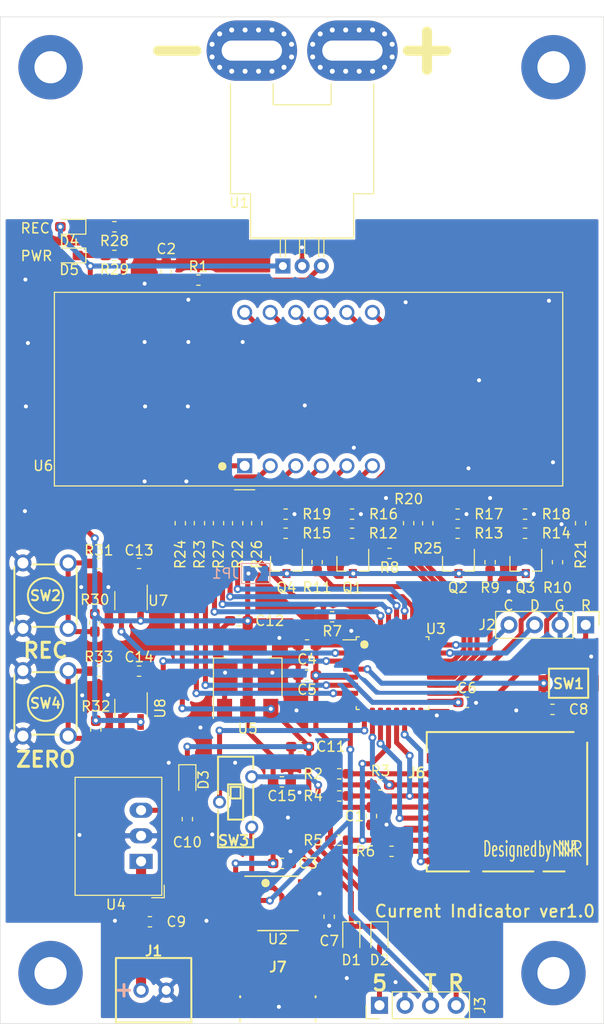
<source format=kicad_pcb>
(kicad_pcb (version 20171130) (host pcbnew "(5.1.4)-1")
  (layers (0 F.Cu signal) (31 B.Cu signal) (34 B.Paste user) (35 F.Paste user) (36 B.SilkS user) (37 F.SilkS user) (38 B.Mask user) (39 F.Mask user) (44 Edge.Cuts user))
  (net 0 "")
  (net 1 GND)
  (net 2 +3V3)
  (net 3 /CurrentADC)
  (net 4 /NRST)
  (net 5 +24V)
  (net 6 /5V_REG)
  (net 7 +5V)
  (net 8 "Net-(C13-Pad1)")
  (net 9 "Net-(C14-Pad1)")
  (net 10 /5V_USB)
  (net 11 /5V_UART)
  (net 12 "Net-(D4-Pad1)")
  (net 13 "Net-(D5-Pad1)")
  (net 14 /SWCLK)
  (net 15 /SWDAT)
  (net 16 /USART2RX_A)
  (net 17 /USART2TX)
  (net 18 /P+)
  (net 19 /P-)
  (net 20 /SD_READY)
  (net 21 "Net-(J6-Pad8)")
  (net 22 /SPI1MISO)
  (net 23 /SPI1SCK)
  (net 24 /SPI1MOSI)
  (net 25 /SPI1CS)
  (net 26 "Net-(J6-Pad1)")
  (net 27 /USBP)
  (net 28 /USBM)
  (net 29 "Net-(JP1-Pad2)")
  (net 30 /DIG1_S)
  (net 31 "Net-(Q1-Pad1)")
  (net 32 /DIG2_S)
  (net 33 "Net-(Q2-Pad1)")
  (net 34 /DIG3_S)
  (net 35 "Net-(Q3-Pad1)")
  (net 36 /DIG4_S)
  (net 37 "Net-(Q4-Pad1)")
  (net 38 "Net-(R1-Pad1)")
  (net 39 "Net-(R7-Pad1)")
  (net 40 /DIG1_G)
  (net 41 /DIG2_G)
  (net 42 /DIG3_G)
  (net 43 /DIG4_G)
  (net 44 "Net-(R20-Pad2)")
  (net 45 /SEG_A)
  (net 46 "Net-(R21-Pad2)")
  (net 47 /SEG_B)
  (net 48 "Net-(R22-Pad2)")
  (net 49 /SEG_C)
  (net 50 "Net-(R23-Pad2)")
  (net 51 /SEG_D)
  (net 52 "Net-(R24-Pad2)")
  (net 53 /SEG_E)
  (net 54 "Net-(R25-Pad2)")
  (net 55 /SEG_F)
  (net 56 "Net-(R26-Pad2)")
  (net 57 /SEG_G)
  (net 58 "Net-(R27-Pad2)")
  (net 59 /SEG_P)
  (net 60 /REC_LED)
  (net 61 "Net-(R30-Pad2)")
  (net 62 "Net-(R32-Pad2)")
  (net 63 /USART2RX_B)
  (net 64 /USART2RX)
  (net 65 "Net-(U2-Pad2)")
  (net 66 /OFFSET_SW)
  (net 67 /REC_SW)
  (net 68 "Net-(J6-Pad11)")
  (module Package_TO_SOT_SMD:SOT-23-5_HandSoldering (layer F.Cu) (at 153 118.7 270)
    (fp_text reference U8 (at 0 -2.9 90) (layer F.SilkS))
    (fp_text value TC7S14F)
    (pad 5 smd rect (at 1.35 -0.95 270) (size 1.56 0.65) (layers F.Cu F.Paste F.Mask) (net 2 +3V3))
    (pad 4 smd rect (at 1.35 0.95 270) (size 1.56 0.65) (layers F.Cu F.Paste F.Mask) (net 66 /OFFSET_SW))
    (pad 3 smd rect (at -1.35 0.95 270) (size 1.56 0.65) (layers F.Cu F.Paste F.Mask) (net 1 GND))
    (pad 2 smd rect (at -1.35 0 270) (size 1.56 0.65) (layers F.Cu F.Paste F.Mask) (net 9 "Net-(C14-Pad1)"))
    (pad 1 smd rect (at -1.35 -0.95 270) (size 1.56 0.65) (layers F.Cu F.Paste F.Mask))
  )
  (module Capacitor_SMD:C_0603_1608Metric_Pad1.05x0.95mm_HandSolder (layer F.Cu) (at 168 126)
    (fp_text reference C15 (at 0 1.4 180) (layer F.SilkS))
    (fp_text value 1u)
    (pad 2 smd roundrect (at 0.875 0) (size 1.05 0.95) (layers F.Cu F.Paste F.Mask) (net 1 GND))
    (pad 1 smd roundrect (at -0.875 0) (size 1.05 0.95) (layers F.Cu F.Paste F.Mask) (net 2 +3V3))
  )
  (module MountingHole:MountingHole_3.2mm_M3_Pad (layer F.Cu) (at 145 55)
    (fp_text reference REF** hide)
    (fp_text value MountingHole_3.2mm_M3_Pad hide)
    (pad 1 thru_hole circle (at 0 0) (size 6.4 6.4) (drill 3.2) (layers *.Cu *.Mask))
  )
  (module MountingHole:MountingHole_3.2mm_M3_Pad (layer F.Cu) (at 195 55)
    (fp_text reference REF** hide)
    (fp_text value MountingHole_3.2mm_M3_Pad hide)
    (pad 1 thru_hole circle (at 0 0) (size 6.4 6.4) (drill 3.2) (layers *.Cu *.Mask))
  )
  (module MountingHole:MountingHole_3.2mm_M3_Pad (layer F.Cu) (at 195 145)
    (fp_text reference REF** hide)
    (fp_text value MountingHole_3.2mm_M3_Pad hide)
    (pad 1 thru_hole circle (at 0 0) (size 6.4 6.4) (drill 3.2) (layers *.Cu *.Mask))
  )
  (module MountingHole:MountingHole_3.2mm_M3_Pad (layer F.Cu) (at 145 145)
    (fp_text reference REF** hide)
    (fp_text value MountingHole_3.2mm_M3_Pad hide)
    (pad 1 thru_hole circle (at 0 0) (size 6.4 6.4) (drill 3.2) (layers *.Cu *.Mask))
  )
  (module nuno6Lib_Connenctor:ZX62R-B-5P (layer F.Cu) (at 167.6 148.5)
    (fp_text reference J7 (at 0 -4.1) (layer F.SilkS) (effects (font (thickness 0.2))))
    (fp_text value USB_B_Micro)
    (pad 6 smd rect (at -3.1 -2.35) (size 2.1 2) (layers F.Cu F.Paste F.Mask) (net 1 GND))
    (pad 6 smd rect (at 3.1 -2.35) (size 2.1 2) (layers F.Cu F.Paste F.Mask) (net 1 GND))
    (pad 6 smd rect (at -4.1 0) (size 1.6 1.9) (layers F.Cu F.Paste F.Mask) (net 1 GND))
    (pad 6 smd rect (at 4.1 0) (size 1.6 1.9) (layers F.Cu F.Paste F.Mask) (net 1 GND))
    (pad 5 smd rect (at -1.3 -2.675) (size 0.4 1.35) (layers F.Cu F.Paste F.Mask) (net 1 GND))
    (pad 4 smd rect (at -0.65 -2.675) (size 0.4 1.35) (layers F.Cu F.Paste F.Mask))
    (pad 3 smd rect (at 0 -2.675) (size 0.4 1.35) (layers F.Cu F.Paste F.Mask) (net 27 /USBP))
    (pad 2 smd rect (at 0.65 -2.675) (size 0.4 1.35) (layers F.Cu F.Paste F.Mask) (net 28 /USBM))
    (pad 1 smd rect (at 1.3 -2.675) (size 0.4 1.35) (layers F.Cu F.Paste F.Mask) (net 10 /5V_USB))
  )
  (module nuno6Lib_Connenctor:DM3AT-SF-PEJM5 (layer F.Cu) (at 183.6 125.2 90)
    (fp_text reference J6 (at 0.1 -2.2 180) (layer F.SilkS) (effects (font (thickness 0.2))))
    (fp_text value Micro_SD_Card_Det)
    (pad 11 smd rect (at -9.6 14.05 90) (size 1 2.8) (layers F.Cu F.Paste F.Mask) (net 68 "Net-(J6-Pad11)"))
    (pad 11 smd rect (at 3.9 14.5 90) (size 1.3 1.9) (layers F.Cu F.Paste F.Mask) (net 68 "Net-(J6-Pad11)"))
    (pad 11 smd rect (at -9.6 3.7 90) (size 1 1.2) (layers F.Cu F.Paste F.Mask) (net 68 "Net-(J6-Pad11)"))
    (pad "" smd rect (at 1.55 -0.6 90) (size 1 1.2) (layers F.Cu F.Paste F.Mask))
    (pad 10 smd rect (at -9.6 9.9 90) (size 1 0.8) (layers F.Cu F.Paste F.Mask) (net 2 +3V3))
    (pad 9 smd rect (at -8.65 -0.6 90) (size 0.7 1.2) (layers F.Cu F.Paste F.Mask) (net 20 /SD_READY))
    (pad 8 smd rect (at -7.7 -0.6 90) (size 0.7 1.2) (layers F.Cu F.Paste F.Mask) (net 21 "Net-(J6-Pad8)"))
    (pad 7 smd rect (at -6.6 -0.6 90) (size 0.7 1.2) (layers F.Cu F.Paste F.Mask) (net 22 /SPI1MISO))
    (pad 6 smd rect (at -5.5 -0.6 90) (size 0.7 1.2) (layers F.Cu F.Paste F.Mask) (net 1 GND))
    (pad 5 smd rect (at -4.4 -0.6 90) (size 0.7 1.2) (layers F.Cu F.Paste F.Mask) (net 23 /SPI1SCK))
    (pad 4 smd rect (at -3.3 -0.6 90) (size 0.7 1.2) (layers F.Cu F.Paste F.Mask) (net 2 +3V3))
    (pad 3 smd rect (at -2.2 -0.6 90) (size 0.7 1.2) (layers F.Cu F.Paste F.Mask) (net 24 /SPI1MOSI))
    (pad 2 smd rect (at -1.1 -0.6 90) (size 0.7 1.2) (layers F.Cu F.Paste F.Mask) (net 25 /SPI1CS))
    (pad 1 smd rect (at 0 -0.6 90) (size 0.7 1.2) (layers F.Cu F.Paste F.Mask) (net 26 "Net-(J6-Pad1)"))
  )
  (module Package_TO_SOT_SMD:SOT-23-5_HandSoldering (layer F.Cu) (at 153 108 270)
    (fp_text reference U7 (at 0 -2.7 180) (layer F.SilkS))
    (fp_text value TC7S14F)
    (pad 5 smd rect (at 1.35 -0.95 270) (size 1.56 0.65) (layers F.Cu F.Paste F.Mask) (net 2 +3V3))
    (pad 4 smd rect (at 1.35 0.95 270) (size 1.56 0.65) (layers F.Cu F.Paste F.Mask) (net 67 /REC_SW))
    (pad 3 smd rect (at -1.35 0.95 270) (size 1.56 0.65) (layers F.Cu F.Paste F.Mask) (net 1 GND))
    (pad 2 smd rect (at -1.35 0 270) (size 1.56 0.65) (layers F.Cu F.Paste F.Mask) (net 8 "Net-(C13-Pad1)"))
    (pad 1 smd rect (at -1.35 -0.95 270) (size 1.56 0.65) (layers F.Cu F.Paste F.Mask))
  )
  (module Display_7Segment:CA56-12EWA (layer F.Cu) (at 164.3 94.6 90)
    (fp_text reference U6 (at 0 -20.025 180) (layer F.SilkS))
    (fp_text value CA56-12EWA)
    (pad 12 thru_hole circle (at 15.24 0 90) (size 1.5 1.5) (drill 1) (layers *.Cu *.Mask) (net 30 /DIG1_S))
    (pad 11 thru_hole circle (at 15.24 2.54 90) (size 1.5 1.5) (drill 1) (layers *.Cu *.Mask) (net 44 "Net-(R20-Pad2)"))
    (pad 10 thru_hole circle (at 15.24 5.08 90) (size 1.5 1.5) (drill 1) (layers *.Cu *.Mask) (net 54 "Net-(R25-Pad2)"))
    (pad 9 thru_hole circle (at 15.24 7.62 90) (size 1.5 1.5) (drill 1) (layers *.Cu *.Mask) (net 32 /DIG2_S))
    (pad 8 thru_hole circle (at 15.24 10.16 90) (size 1.5 1.5) (drill 1) (layers *.Cu *.Mask) (net 34 /DIG3_S))
    (pad 7 thru_hole circle (at 15.24 12.7 90) (size 1.5 1.5) (drill 1) (layers *.Cu *.Mask) (net 46 "Net-(R21-Pad2)"))
    (pad 6 thru_hole circle (at 0 12.7 90) (size 1.5 1.5) (drill 1) (layers *.Cu *.Mask) (net 36 /DIG4_S))
    (pad 5 thru_hole circle (at 0 10.16 90) (size 1.5 1.5) (drill 1) (layers *.Cu *.Mask) (net 56 "Net-(R26-Pad2)"))
    (pad 4 thru_hole circle (at 0 7.62 90) (size 1.5 1.5) (drill 1) (layers *.Cu *.Mask) (net 48 "Net-(R22-Pad2)"))
    (pad 3 thru_hole circle (at 0 5.08 90) (size 1.5 1.5) (drill 1) (layers *.Cu *.Mask) (net 58 "Net-(R27-Pad2)"))
    (pad 2 thru_hole circle (at 0 2.54 90) (size 1.5 1.5) (drill 1) (layers *.Cu *.Mask) (net 50 "Net-(R23-Pad2)"))
    (pad 1 thru_hole rect (at 0 0 90) (size 1.5 1.5) (drill 1) (layers *.Cu *.Mask) (net 52 "Net-(R24-Pad2)"))
  )
  (module Package_TO_SOT_SMD:SOT-223-3_TabPin2 (layer F.Cu) (at 164.6 115.6 90)
    (fp_text reference U5 (at -5.1 0 180) (layer F.SilkS))
    (fp_text value LD1117S33TR_SOT223)
    (pad 1 smd rect (at -3.15 -2.3 90) (size 2 1.5) (layers F.Cu F.Paste F.Mask) (net 1 GND))
    (pad 3 smd rect (at -3.15 2.3 90) (size 2 1.5) (layers F.Cu F.Paste F.Mask) (net 7 +5V))
    (pad 2 smd rect (at -3.15 0 90) (size 2 1.5) (layers F.Cu F.Paste F.Mask) (net 2 +3V3))
    (pad 2 smd rect (at 3.15 0 90) (size 2 3.8) (layers F.Cu F.Paste F.Mask) (net 2 +3V3))
  )
  (module Converter_DCDC:Converter_DCDC_RECOM_R-78E-0.5_THT (layer F.Cu) (at 154 133.9 90)
    (fp_text reference U4 (at -4.3 -2.5 180) (layer F.SilkS))
    (fp_text value R-78E3.3-0.5)
    (pad 3 thru_hole oval (at 5.08 0 90) (size 1.5 2.3) (drill 1) (layers *.Cu *.Mask) (net 6 /5V_REG))
    (pad 2 thru_hole oval (at 2.54 0 90) (size 1.5 2.3) (drill 1) (layers *.Cu *.Mask) (net 1 GND))
    (pad 1 thru_hole rect (at 0 0 90) (size 1.5 2.3) (drill 1) (layers *.Cu *.Mask) (net 5 +24V))
  )
  (module Package_QFP:LQFP-32_7x7mm_P0.8mm (layer F.Cu) (at 179 115.2)
    (fp_text reference U3 (at 4.3 -4.4) (layer F.SilkS))
    (fp_text value STM32F303K8Tx)
    (pad 32 smd roundrect (at -2.8 -4.175) (size 0.5 1.5) (layers F.Cu F.Paste F.Mask) (net 1 GND))
    (pad 31 smd roundrect (at -2 -4.175) (size 0.5 1.5) (layers F.Cu F.Paste F.Mask) (net 39 "Net-(R7-Pad1)"))
    (pad 30 smd roundrect (at -1.2 -4.175) (size 0.5 1.5) (layers F.Cu F.Paste F.Mask) (net 53 /SEG_E))
    (pad 29 smd roundrect (at -0.4 -4.175) (size 0.5 1.5) (layers F.Cu F.Paste F.Mask) (net 51 /SEG_D))
    (pad 28 smd roundrect (at 0.4 -4.175) (size 0.5 1.5) (layers F.Cu F.Paste F.Mask) (net 59 /SEG_P))
    (pad 27 smd roundrect (at 1.2 -4.175) (size 0.5 1.5) (layers F.Cu F.Paste F.Mask) (net 49 /SEG_C))
    (pad 26 smd roundrect (at 2 -4.175) (size 0.5 1.5) (layers F.Cu F.Paste F.Mask) (net 57 /SEG_G))
    (pad 25 smd roundrect (at 2.8 -4.175) (size 0.5 1.5) (layers F.Cu F.Paste F.Mask) (net 43 /DIG4_G))
    (pad 24 smd roundrect (at 4.175 -2.8) (size 1.5 0.5) (layers F.Cu F.Paste F.Mask) (net 14 /SWCLK))
    (pad 23 smd roundrect (at 4.175 -2) (size 1.5 0.5) (layers F.Cu F.Paste F.Mask) (net 15 /SWDAT))
    (pad 22 smd roundrect (at 4.175 -1.2) (size 1.5 0.5) (layers F.Cu F.Paste F.Mask) (net 40 /DIG1_G))
    (pad 21 smd roundrect (at 4.175 -0.4) (size 1.5 0.5) (layers F.Cu F.Paste F.Mask) (net 45 /SEG_A))
    (pad 20 smd roundrect (at 4.175 0.4) (size 1.5 0.5) (layers F.Cu F.Paste F.Mask) (net 55 /SEG_F))
    (pad 19 smd roundrect (at 4.175 1.2) (size 1.5 0.5) (layers F.Cu F.Paste F.Mask) (net 41 /DIG2_G))
    (pad 18 smd roundrect (at 4.175 2) (size 1.5 0.5) (layers F.Cu F.Paste F.Mask) (net 42 /DIG3_G))
    (pad 17 smd roundrect (at 4.175 2.8) (size 1.5 0.5) (layers F.Cu F.Paste F.Mask) (net 2 +3V3))
    (pad 16 smd roundrect (at 2.8 4.175) (size 0.5 1.5) (layers F.Cu F.Paste F.Mask) (net 1 GND))
    (pad 15 smd roundrect (at 2 4.175) (size 0.5 1.5) (layers F.Cu F.Paste F.Mask) (net 47 /SEG_B))
    (pad 14 smd roundrect (at 1.2 4.175) (size 0.5 1.5) (layers F.Cu F.Paste F.Mask) (net 20 /SD_READY))
    (pad 13 smd roundrect (at 0.4 4.175) (size 0.5 1.5) (layers F.Cu F.Paste F.Mask) (net 24 /SPI1MOSI))
    (pad 12 smd roundrect (at -0.4 4.175) (size 0.5 1.5) (layers F.Cu F.Paste F.Mask) (net 22 /SPI1MISO))
    (pad 11 smd roundrect (at -1.2 4.175) (size 0.5 1.5) (layers F.Cu F.Paste F.Mask) (net 23 /SPI1SCK))
    (pad 10 smd roundrect (at -2 4.175) (size 0.5 1.5) (layers F.Cu F.Paste F.Mask) (net 25 /SPI1CS))
    (pad 9 smd roundrect (at -2.8 4.175) (size 0.5 1.5) (layers F.Cu F.Paste F.Mask) (net 64 /USART2RX))
    (pad 8 smd roundrect (at -4.175 2.8) (size 1.5 0.5) (layers F.Cu F.Paste F.Mask) (net 17 /USART2TX))
    (pad 7 smd roundrect (at -4.175 2) (size 1.5 0.5) (layers F.Cu F.Paste F.Mask) (net 60 /REC_LED))
    (pad 6 smd roundrect (at -4.175 1.2) (size 1.5 0.5) (layers F.Cu F.Paste F.Mask) (net 3 /CurrentADC))
    (pad 5 smd roundrect (at -4.175 0.4) (size 1.5 0.5) (layers F.Cu F.Paste F.Mask) (net 2 +3V3))
    (pad 4 smd roundrect (at -4.175 -0.4) (size 1.5 0.5) (layers F.Cu F.Paste F.Mask) (net 4 /NRST))
    (pad 3 smd roundrect (at -4.175 -1.2) (size 1.5 0.5) (layers F.Cu F.Paste F.Mask) (net 66 /OFFSET_SW))
    (pad 2 smd roundrect (at -4.175 -2) (size 1.5 0.5) (layers F.Cu F.Paste F.Mask) (net 67 /REC_SW))
    (pad 1 smd roundrect (at -4.175 -2.8) (size 1.5 0.5) (layers F.Cu F.Paste F.Mask) (net 2 +3V3))
  )
  (module Package_SO:SSOP-16_3.9x4.9mm_P0.635mm (layer F.Cu) (at 167.6 138.1)
    (fp_text reference U2 (at 0 3.5225) (layer F.SilkS))
    (fp_text value FT230XS)
    (pad 16 smd rect (at 2.6 -2.2225) (size 1.2 0.4) (layers F.Cu F.Paste F.Mask))
    (pad 15 smd rect (at 2.6 -1.5875) (size 1.2 0.4) (layers F.Cu F.Paste F.Mask))
    (pad 14 smd rect (at 2.6 -0.9525) (size 1.2 0.4) (layers F.Cu F.Paste F.Mask))
    (pad 13 smd rect (at 2.6 -0.3175) (size 1.2 0.4) (layers F.Cu F.Paste F.Mask) (net 1 GND))
    (pad 12 smd rect (at 2.6 0.3175) (size 1.2 0.4) (layers F.Cu F.Paste F.Mask) (net 2 +3V3))
    (pad 11 smd rect (at 2.6 0.9525) (size 1.2 0.4) (layers F.Cu F.Paste F.Mask) (net 2 +3V3))
    (pad 10 smd rect (at 2.6 1.5875) (size 1.2 0.4) (layers F.Cu F.Paste F.Mask) (net 2 +3V3))
    (pad 9 smd rect (at 2.6 2.2225) (size 1.2 0.4) (layers F.Cu F.Paste F.Mask) (net 28 /USBM))
    (pad 8 smd rect (at -2.6 2.2225) (size 1.2 0.4) (layers F.Cu F.Paste F.Mask) (net 27 /USBP))
    (pad 7 smd rect (at -2.6 1.5875) (size 1.2 0.4) (layers F.Cu F.Paste F.Mask))
    (pad 6 smd rect (at -2.6 0.9525) (size 1.2 0.4) (layers F.Cu F.Paste F.Mask) (net 65 "Net-(U2-Pad2)"))
    (pad 5 smd rect (at -2.6 0.3175) (size 1.2 0.4) (layers F.Cu F.Paste F.Mask) (net 1 GND))
    (pad 4 smd rect (at -2.6 -0.3175) (size 1.2 0.4) (layers F.Cu F.Paste F.Mask) (net 17 /USART2TX))
    (pad 3 smd rect (at -2.6 -0.9525) (size 1.2 0.4) (layers F.Cu F.Paste F.Mask) (net 2 +3V3))
    (pad 2 smd rect (at -2.6 -1.5875) (size 1.2 0.4) (layers F.Cu F.Paste F.Mask) (net 65 "Net-(U2-Pad2)"))
    (pad 1 smd rect (at -2.6 -2.2225) (size 1.2 0.4) (layers F.Cu F.Paste F.Mask) (net 63 /USART2RX_B))
  )
  (module Sensor_Current:Allegro_CB_PFF (layer F.Cu) (at 168.1 74.75)
    (fp_text reference U1 (at -4.35 -6.3) (layer F.SilkS))
    (fp_text value ACS758xCB-150U-PFF)
    (pad 4 thru_hole circle (at 10.86 -20.77) (size 0.8 0.8) (drill 0.5) (layers *.Cu *.Mask) (net 18 /P+))
    (pad 4 thru_hole circle (at 4.91 -23.45) (size 0.8 0.8) (drill 0.5) (layers *.Cu *.Mask) (net 18 /P+))
    (pad 4 thru_hole circle (at 6.24 -23.45) (size 0.8 0.8) (drill 0.5) (layers *.Cu *.Mask) (net 18 /P+))
    (pad 4 thru_hole circle (at 7.58 -23.45) (size 0.8 0.8) (drill 0.5) (layers *.Cu *.Mask) (net 18 /P+))
    (pad 4 thru_hole circle (at 8.91 -23.45) (size 0.8 0.8) (drill 0.5) (layers *.Cu *.Mask) (net 18 /P+))
    (pad 4 thru_hole circle (at 4.91 -19.35) (size 0.8 0.8) (drill 0.5) (layers *.Cu *.Mask) (net 18 /P+))
    (pad 4 thru_hole circle (at 6.24 -19.35) (size 0.8 0.8) (drill 0.5) (layers *.Cu *.Mask) (net 18 /P+))
    (pad 4 thru_hole circle (at 7.58 -19.35) (size 0.8 0.8) (drill 0.5) (layers *.Cu *.Mask) (net 18 /P+))
    (pad 4 thru_hole circle (at 8.91 -19.35) (size 0.8 0.8) (drill 0.5) (layers *.Cu *.Mask) (net 18 /P+))
    (pad 4 thru_hole circle (at 10.86 -22.03) (size 0.8 0.8) (drill 0.5) (layers *.Cu *.Mask) (net 18 /P+))
    (pad 4 thru_hole circle (at 10.11 -23.06) (size 0.8 0.8) (drill 0.5) (layers *.Cu *.Mask) (net 18 /P+))
    (pad 4 thru_hole circle (at 10.11 -19.74) (size 0.8 0.8) (drill 0.5) (layers *.Cu *.Mask) (net 18 /P+))
    (pad 4 thru_hole oval (at 2.96 -22.03 65) (size 0.8 0.8) (drill 0.5) (layers *.Cu *.Mask) (net 18 /P+))
    (pad 4 thru_hole oval (at 2.96 -20.77 295) (size 0.8 0.8) (drill 0.5) (layers *.Cu *.Mask) (net 18 /P+))
    (pad 4 thru_hole circle (at 3.71 -23.06) (size 0.8 0.8) (drill 0.5) (layers *.Cu *.Mask) (net 18 /P+))
    (pad 4 thru_hole circle (at 3.71 -19.74) (size 0.8 0.8) (drill 0.5) (layers *.Cu *.Mask) (net 18 /P+))
    (pad 5 thru_hole circle (at -1.09 -23.45) (size 0.8 0.8) (drill 0.5) (layers *.Cu *.Mask) (net 19 /P-))
    (pad 5 thru_hole circle (at -5.09 -23.45) (size 0.8 0.8) (drill 0.5) (layers *.Cu *.Mask) (net 19 /P-))
    (pad 5 thru_hole circle (at -3.76 -23.45) (size 0.8 0.8) (drill 0.5) (layers *.Cu *.Mask) (net 19 /P-))
    (pad 5 thru_hole circle (at -2.42 -23.45) (size 0.8 0.8) (drill 0.5) (layers *.Cu *.Mask) (net 19 /P-))
    (pad 5 thru_hole circle (at -5.09 -19.35) (size 0.8 0.8) (drill 0.5) (layers *.Cu *.Mask) (net 19 /P-))
    (pad 5 thru_hole circle (at -1.09 -19.35) (size 0.8 0.8) (drill 0.5) (layers *.Cu *.Mask) (net 19 /P-))
    (pad 5 thru_hole circle (at -3.76 -19.35) (size 0.8 0.8) (drill 0.5) (layers *.Cu *.Mask) (net 19 /P-))
    (pad 5 thru_hole circle (at -2.42 -19.35) (size 0.8 0.8) (drill 0.5) (layers *.Cu *.Mask) (net 19 /P-))
    (pad 5 thru_hole circle (at -6.29 -23.06) (size 0.8 0.8) (drill 0.5) (layers *.Cu *.Mask) (net 19 /P-))
    (pad 5 thru_hole circle (at -6.29 -19.74) (size 0.8 0.8) (drill 0.5) (layers *.Cu *.Mask) (net 19 /P-))
    (pad 5 thru_hole circle (at -7.04 -20.77) (size 0.8 0.8) (drill 0.5) (layers *.Cu *.Mask) (net 19 /P-))
    (pad 5 thru_hole circle (at -7.04 -22.03) (size 0.8 0.8) (drill 0.5) (layers *.Cu *.Mask) (net 19 /P-))
    (pad 5 thru_hole circle (at 0.11 -23.06) (size 0.8 0.8) (drill 0.5) (layers *.Cu *.Mask) (net 19 /P-))
    (pad 5 thru_hole circle (at 0.11 -19.74) (size 0.8 0.8) (drill 0.5) (layers *.Cu *.Mask) (net 19 /P-))
    (pad 5 thru_hole oval (at 0.86 -20.77 65) (size 0.8 0.8) (drill 0.5) (layers *.Cu *.Mask) (net 19 /P-))
    (pad 5 thru_hole oval (at 0.86 -22.03 295) (size 0.8 0.8) (drill 0.5) (layers *.Cu *.Mask) (net 19 /P-))
    (pad 2 thru_hole circle (at 1.91 0) (size 1.5 1.5) (drill 0.8) (layers *.Cu *.Mask) (net 1 GND))
    (pad 3 thru_hole circle (at 3.82 0) (size 1.5 1.5) (drill 0.8) (layers *.Cu *.Mask) (net 38 "Net-(R1-Pad1)"))
    (pad 1 thru_hole rect (at 0 0) (size 1.5 1.5) (drill 0.8) (layers *.Cu *.Mask) (net 7 +5V))
    (pad 4 thru_hole oval (at 6.91 -21.4) (size 9 6) (drill oval 6 2) (layers *.Cu *.Mask) (net 18 /P+))
    (pad 5 thru_hole oval (at -3.09 -21.4) (size 9 6) (drill oval 6 2) (layers *.Cu *.Mask) (net 19 /P-))
  )
  (module nuno6Lib_other:TS-0606 (layer F.Cu) (at 144.5 118.2 270)
    (fp_text reference SW4 (at 0 0) (layer F.SilkS) (effects (font (thickness 0.2))))
    (fp_text value TS-0606-F-N)
    (pad 2 thru_hole circle (at 3.25 2.25 270) (size 1.7 1.7) (drill 1.1) (layers *.Cu *.Mask) (net 1 GND))
    (pad 2 thru_hole circle (at -3.25 2.25 270) (size 1.7 1.7) (drill 1.1) (layers *.Cu *.Mask) (net 1 GND))
    (pad 1 thru_hole circle (at 3.25 -2.25 270) (size 1.7 1.7) (drill 1.1) (layers *.Cu *.Mask) (net 62 "Net-(R32-Pad2)"))
    (pad 1 thru_hole circle (at -3.25 -2.25 270) (size 1.7 1.7) (drill 1.1) (layers *.Cu *.Mask) (net 62 "Net-(R32-Pad2)"))
  )
  (module nuno6Lib_other:IS-1235-G (layer F.Cu) (at 165 128 270)
    (fp_text reference SW3 (at 3.825 1.8 180) (layer F.SilkS) (effects (font (thickness 0.2))))
    (fp_text value IS-1235-G)
    (pad 3 thru_hole circle (at 2.5 0 270) (size 1.3 1.3) (drill 0.8) (layers *.Cu *.Mask) (net 63 /USART2RX_B))
    (pad 2 thru_hole circle (at 0 3.2 270) (size 1.3 1.3) (drill 0.8) (layers *.Cu *.Mask) (net 64 /USART2RX))
    (pad 1 thru_hole circle (at -2.5 0 270) (size 1.3 1.3) (drill 0.8) (layers *.Cu *.Mask) (net 16 /USART2RX_A))
  )
  (module nuno6Lib_other:TS-0606 (layer F.Cu) (at 144.5 107.5 270)
    (fp_text reference SW2 (at 0 0 180) (layer F.SilkS) (effects (font (thickness 0.2))))
    (fp_text value TS-0606-F-N)
    (pad 2 thru_hole circle (at 3.25 2.25 270) (size 1.7 1.7) (drill 1.1) (layers *.Cu *.Mask) (net 1 GND))
    (pad 2 thru_hole circle (at -3.25 2.25 270) (size 1.7 1.7) (drill 1.1) (layers *.Cu *.Mask) (net 1 GND))
    (pad 1 thru_hole circle (at 3.25 -2.25 270) (size 1.7 1.7) (drill 1.1) (layers *.Cu *.Mask) (net 61 "Net-(R30-Pad2)"))
    (pad 1 thru_hole circle (at -3.25 -2.25 270) (size 1.7 1.7) (drill 1.1) (layers *.Cu *.Mask) (net 61 "Net-(R30-Pad2)"))
  )
  (module nuno6Lib_other:TVAF06-A020B-R (layer F.Cu) (at 196.5 116.2 90)
    (fp_text reference SW1 (at -0.05 0 180) (layer F.SilkS) (effects (font (thickness 0.2))))
    (fp_text value TVAF06-A020B-R)
    (pad 2 smd rect (at 0 -2.475 90) (size 1.6 1.05) (layers F.Cu F.Paste F.Mask) (net 4 /NRST))
    (pad 1 smd rect (at 0 2.475 90) (size 1.6 1.05) (layers F.Cu F.Paste F.Mask) (net 1 GND))
  )
  (module Resistor_SMD:R_0603_1608Metric_Pad1.05x0.95mm_HandSolder (layer F.Cu) (at 149.8 115)
    (fp_text reference R33 (at 0 -1.43) (layer F.SilkS))
    (fp_text value 10k)
    (pad 2 smd roundrect (at 0.875 0) (size 1.05 0.95) (layers F.Cu F.Paste F.Mask) (net 9 "Net-(C14-Pad1)"))
    (pad 1 smd roundrect (at -0.875 0) (size 1.05 0.95) (layers F.Cu F.Paste F.Mask) (net 62 "Net-(R32-Pad2)"))
  )
  (module Resistor_SMD:R_0603_1608Metric_Pad1.05x0.95mm_HandSolder (layer F.Cu) (at 149.5 120.8 270)
    (fp_text reference R32 (at -2.3 0 180) (layer F.SilkS))
    (fp_text value 470)
    (pad 2 smd roundrect (at 0.875 0 270) (size 1.05 0.95) (layers F.Cu F.Paste F.Mask) (net 62 "Net-(R32-Pad2)"))
    (pad 1 smd roundrect (at -0.875 0 270) (size 1.05 0.95) (layers F.Cu F.Paste F.Mask) (net 2 +3V3))
  )
  (module Resistor_SMD:R_0603_1608Metric_Pad1.05x0.95mm_HandSolder (layer F.Cu) (at 149.8 104.3)
    (fp_text reference R31 (at 0 -1.3) (layer F.SilkS))
    (fp_text value 10k)
    (pad 2 smd roundrect (at 0.875 0) (size 1.05 0.95) (layers F.Cu F.Paste F.Mask) (net 8 "Net-(C13-Pad1)"))
    (pad 1 smd roundrect (at -0.875 0) (size 1.05 0.95) (layers F.Cu F.Paste F.Mask) (net 61 "Net-(R30-Pad2)"))
  )
  (module Resistor_SMD:R_0603_1608Metric_Pad1.05x0.95mm_HandSolder (layer F.Cu) (at 149.4 110.2 270)
    (fp_text reference R30 (at -2.3 0 180) (layer F.SilkS))
    (fp_text value 470)
    (pad 2 smd roundrect (at 0.875 0 270) (size 1.05 0.95) (layers F.Cu F.Paste F.Mask) (net 61 "Net-(R30-Pad2)"))
    (pad 1 smd roundrect (at -0.875 0 270) (size 1.05 0.95) (layers F.Cu F.Paste F.Mask) (net 2 +3V3))
  )
  (module Resistor_SMD:R_0603_1608Metric_Pad1.05x0.95mm_HandSolder (layer F.Cu) (at 151.35 73.7)
    (fp_text reference R29 (at 0 1.4) (layer F.SilkS))
    (fp_text value 470)
    (pad 2 smd roundrect (at 0.875 0) (size 1.05 0.95) (layers F.Cu F.Paste F.Mask) (net 60 /REC_LED))
    (pad 1 smd roundrect (at -0.875 0) (size 1.05 0.95) (layers F.Cu F.Paste F.Mask) (net 13 "Net-(D5-Pad1)"))
  )
  (module Resistor_SMD:R_0603_1608Metric_Pad1.05x0.95mm_HandSolder (layer F.Cu) (at 151.35 70.85)
    (fp_text reference R28 (at 0 1.4) (layer F.SilkS))
    (fp_text value 470)
    (pad 2 smd roundrect (at 0.875 0) (size 1.05 0.95) (layers F.Cu F.Paste F.Mask) (net 1 GND))
    (pad 1 smd roundrect (at -0.875 0) (size 1.05 0.95) (layers F.Cu F.Paste F.Mask) (net 12 "Net-(D4-Pad1)"))
  )
  (module Resistor_SMD:R_0603_1608Metric_Pad1.05x0.95mm_HandSolder (layer F.Cu) (at 161.7 100.3 90)
    (fp_text reference R27 (at -3.1 0 90) (layer F.SilkS))
    (fp_text value 220)
    (pad 2 smd roundrect (at 0.875 0 90) (size 1.05 0.95) (layers F.Cu F.Paste F.Mask) (net 58 "Net-(R27-Pad2)"))
    (pad 1 smd roundrect (at -0.875 0 90) (size 1.05 0.95) (layers F.Cu F.Paste F.Mask) (net 59 /SEG_P))
  )
  (module Resistor_SMD:R_0603_1608Metric_Pad1.05x0.95mm_HandSolder (layer F.Cu) (at 165.5 100.3 90)
    (fp_text reference R26 (at -3.1 0 90) (layer F.SilkS))
    (fp_text value 220)
    (pad 2 smd roundrect (at 0.875 0 90) (size 1.05 0.95) (layers F.Cu F.Paste F.Mask) (net 56 "Net-(R26-Pad2)"))
    (pad 1 smd roundrect (at -0.875 0 90) (size 1.05 0.95) (layers F.Cu F.Paste F.Mask) (net 57 /SEG_G))
  )
  (module Resistor_SMD:R_0603_1608Metric_Pad1.05x0.95mm_HandSolder (layer F.Cu) (at 182.5 100.3 90)
    (fp_text reference R25 (at -2.5 0 180) (layer F.SilkS))
    (fp_text value 220)
    (pad 2 smd roundrect (at 0.875 0 90) (size 1.05 0.95) (layers F.Cu F.Paste F.Mask) (net 54 "Net-(R25-Pad2)"))
    (pad 1 smd roundrect (at -0.875 0 90) (size 1.05 0.95) (layers F.Cu F.Paste F.Mask) (net 55 /SEG_F))
  )
  (module Resistor_SMD:R_0603_1608Metric_Pad1.05x0.95mm_HandSolder (layer F.Cu) (at 157.9 100.3 90)
    (fp_text reference R24 (at -3.1 0 90) (layer F.SilkS))
    (fp_text value 220)
    (pad 2 smd roundrect (at 0.875 0 90) (size 1.05 0.95) (layers F.Cu F.Paste F.Mask) (net 52 "Net-(R24-Pad2)"))
    (pad 1 smd roundrect (at -0.875 0 90) (size 1.05 0.95) (layers F.Cu F.Paste F.Mask) (net 53 /SEG_E))
  )
  (module Resistor_SMD:R_0603_1608Metric_Pad1.05x0.95mm_HandSolder (layer F.Cu) (at 159.8 100.3 90)
    (fp_text reference R23 (at -3.1 0 90) (layer F.SilkS))
    (fp_text value 220)
    (pad 2 smd roundrect (at 0.875 0 90) (size 1.05 0.95) (layers F.Cu F.Paste F.Mask) (net 50 "Net-(R23-Pad2)"))
    (pad 1 smd roundrect (at -0.875 0 90) (size 1.05 0.95) (layers F.Cu F.Paste F.Mask) (net 51 /SEG_D))
  )
  (module Resistor_SMD:R_0603_1608Metric_Pad1.05x0.95mm_HandSolder (layer F.Cu) (at 163.6 100.3 90)
    (fp_text reference R22 (at -3.1 0 90) (layer F.SilkS))
    (fp_text value 220)
    (pad 2 smd roundrect (at 0.875 0 90) (size 1.05 0.95) (layers F.Cu F.Paste F.Mask) (net 48 "Net-(R22-Pad2)"))
    (pad 1 smd roundrect (at -0.875 0 90) (size 1.05 0.95) (layers F.Cu F.Paste F.Mask) (net 49 /SEG_C))
  )
  (module Resistor_SMD:R_0603_1608Metric_Pad1.05x0.95mm_HandSolder (layer F.Cu) (at 197.7 100.3 90)
    (fp_text reference R21 (at -3.1 0 90) (layer F.SilkS))
    (fp_text value 220)
    (pad 2 smd roundrect (at 0.875 0 90) (size 1.05 0.95) (layers F.Cu F.Paste F.Mask) (net 46 "Net-(R21-Pad2)"))
    (pad 1 smd roundrect (at -0.875 0 90) (size 1.05 0.95) (layers F.Cu F.Paste F.Mask) (net 47 /SEG_B))
  )
  (module Resistor_SMD:R_0603_1608Metric_Pad1.05x0.95mm_HandSolder (layer F.Cu) (at 180.6 100.3 90)
    (fp_text reference R20 (at 2.4 0 180) (layer F.SilkS))
    (fp_text value 220)
    (pad 2 smd roundrect (at 0.875 0 90) (size 1.05 0.95) (layers F.Cu F.Paste F.Mask) (net 44 "Net-(R20-Pad2)"))
    (pad 1 smd roundrect (at -0.875 0 90) (size 1.05 0.95) (layers F.Cu F.Paste F.Mask) (net 45 /SEG_A))
  )
  (module Resistor_SMD:R_0603_1608Metric_Pad1.05x0.95mm_HandSolder (layer F.Cu) (at 168.375 99.4)
    (fp_text reference R19 (at 3.1 0) (layer F.SilkS))
    (fp_text value 10k)
    (pad 2 smd roundrect (at 0.875 0) (size 1.05 0.95) (layers F.Cu F.Paste F.Mask) (net 1 GND))
    (pad 1 smd roundrect (at -0.875 0) (size 1.05 0.95) (layers F.Cu F.Paste F.Mask) (net 36 /DIG4_S))
  )
  (module Resistor_SMD:R_0603_1608Metric_Pad1.05x0.95mm_HandSolder (layer F.Cu) (at 192.175 99.4)
    (fp_text reference R18 (at 3.1 0) (layer F.SilkS))
    (fp_text value 10k)
    (pad 2 smd roundrect (at 0.875 0) (size 1.05 0.95) (layers F.Cu F.Paste F.Mask) (net 1 GND))
    (pad 1 smd roundrect (at -0.875 0) (size 1.05 0.95) (layers F.Cu F.Paste F.Mask) (net 34 /DIG3_S))
  )
  (module Resistor_SMD:R_0603_1608Metric_Pad1.05x0.95mm_HandSolder (layer F.Cu) (at 185.475 99.4)
    (fp_text reference R17 (at 3.1 0) (layer F.SilkS))
    (fp_text value 10k)
    (pad 2 smd roundrect (at 0.875 0) (size 1.05 0.95) (layers F.Cu F.Paste F.Mask) (net 1 GND))
    (pad 1 smd roundrect (at -0.875 0) (size 1.05 0.95) (layers F.Cu F.Paste F.Mask) (net 32 /DIG2_S))
  )
  (module Resistor_SMD:R_0603_1608Metric_Pad1.05x0.95mm_HandSolder (layer F.Cu) (at 174.975 99.4)
    (fp_text reference R16 (at 3.125 0) (layer F.SilkS))
    (fp_text value 10k)
    (pad 2 smd roundrect (at 0.875 0) (size 1.05 0.95) (layers F.Cu F.Paste F.Mask) (net 1 GND))
    (pad 1 smd roundrect (at -0.875 0) (size 1.05 0.95) (layers F.Cu F.Paste F.Mask) (net 30 /DIG1_S))
  )
  (module Resistor_SMD:R_0603_1608Metric_Pad1.05x0.95mm_HandSolder (layer F.Cu) (at 168.375 101.3 180)
    (fp_text reference R15 (at -3.1 0) (layer F.SilkS))
    (fp_text value 10K)
    (pad 2 smd roundrect (at 0.875 0 180) (size 1.05 0.95) (layers F.Cu F.Paste F.Mask) (net 36 /DIG4_S))
    (pad 1 smd roundrect (at -0.875 0 180) (size 1.05 0.95) (layers F.Cu F.Paste F.Mask) (net 37 "Net-(Q4-Pad1)"))
  )
  (module Resistor_SMD:R_0603_1608Metric_Pad1.05x0.95mm_HandSolder (layer F.Cu) (at 192.175 101.3 180)
    (fp_text reference R14 (at -3.1 0) (layer F.SilkS))
    (fp_text value 10K)
    (pad 2 smd roundrect (at 0.875 0 180) (size 1.05 0.95) (layers F.Cu F.Paste F.Mask) (net 34 /DIG3_S))
    (pad 1 smd roundrect (at -0.875 0 180) (size 1.05 0.95) (layers F.Cu F.Paste F.Mask) (net 35 "Net-(Q3-Pad1)"))
  )
  (module Resistor_SMD:R_0603_1608Metric_Pad1.05x0.95mm_HandSolder (layer F.Cu) (at 185.475 101.3 180)
    (fp_text reference R13 (at -3.1 0) (layer F.SilkS))
    (fp_text value 10K)
    (pad 2 smd roundrect (at 0.875 0 180) (size 1.05 0.95) (layers F.Cu F.Paste F.Mask) (net 32 /DIG2_S))
    (pad 1 smd roundrect (at -0.875 0 180) (size 1.05 0.95) (layers F.Cu F.Paste F.Mask) (net 33 "Net-(Q2-Pad1)"))
  )
  (module Resistor_SMD:R_0603_1608Metric_Pad1.05x0.95mm_HandSolder (layer F.Cu) (at 174.975 101.3 180)
    (fp_text reference R12 (at -3.1 0) (layer F.SilkS))
    (fp_text value 10K)
    (pad 2 smd roundrect (at 0.875 0 180) (size 1.05 0.95) (layers F.Cu F.Paste F.Mask) (net 30 /DIG1_S))
    (pad 1 smd roundrect (at -0.875 0 180) (size 1.05 0.95) (layers F.Cu F.Paste F.Mask) (net 31 "Net-(Q1-Pad1)"))
  )
  (module Resistor_SMD:R_0603_1608Metric_Pad1.05x0.95mm_HandSolder (layer F.Cu) (at 171.5 104.175 90)
    (fp_text reference R11 (at -2.5 0 180) (layer F.SilkS))
    (fp_text value 1k)
    (pad 2 smd roundrect (at 0.875 0 90) (size 1.05 0.95) (layers F.Cu F.Paste F.Mask) (net 37 "Net-(Q4-Pad1)"))
    (pad 1 smd roundrect (at -0.875 0 90) (size 1.05 0.95) (layers F.Cu F.Paste F.Mask) (net 43 /DIG4_G))
  )
  (module Resistor_SMD:R_0603_1608Metric_Pad1.05x0.95mm_HandSolder (layer F.Cu) (at 195.4 104.175 90)
    (fp_text reference R10 (at -2.525 0 180) (layer F.SilkS))
    (fp_text value 1k)
    (pad 2 smd roundrect (at 0.875 0 90) (size 1.05 0.95) (layers F.Cu F.Paste F.Mask) (net 35 "Net-(Q3-Pad1)"))
    (pad 1 smd roundrect (at -0.875 0 90) (size 1.05 0.95) (layers F.Cu F.Paste F.Mask) (net 42 /DIG3_G))
  )
  (module Resistor_SMD:R_0603_1608Metric_Pad1.05x0.95mm_HandSolder (layer F.Cu) (at 188.7 104.175 90)
    (fp_text reference R9 (at -2.525 0 180) (layer F.SilkS))
    (fp_text value 1k)
    (pad 2 smd roundrect (at 0.875 0 90) (size 1.05 0.95) (layers F.Cu F.Paste F.Mask) (net 33 "Net-(Q2-Pad1)"))
    (pad 1 smd roundrect (at -0.875 0 90) (size 1.05 0.95) (layers F.Cu F.Paste F.Mask) (net 41 /DIG2_G))
  )
  (module Resistor_SMD:R_0603_1608Metric_Pad1.05x0.95mm_HandSolder (layer F.Cu) (at 178.7 103.3 180)
    (fp_text reference R8 (at 0 -1.4) (layer F.SilkS))
    (fp_text value 1k)
    (pad 2 smd roundrect (at 0.875 0 180) (size 1.05 0.95) (layers F.Cu F.Paste F.Mask) (net 31 "Net-(Q1-Pad1)"))
    (pad 1 smd roundrect (at -0.875 0 180) (size 1.05 0.95) (layers F.Cu F.Paste F.Mask) (net 40 /DIG1_G))
  )
  (module Resistor_SMD:R_0603_1608Metric_Pad1.05x0.95mm_HandSolder (layer F.Cu) (at 173 109.6 180)
    (fp_text reference R7 (at 0 -1.43) (layer F.SilkS))
    (fp_text value 10k)
    (pad 2 smd roundrect (at 0.875 0 180) (size 1.05 0.95) (layers F.Cu F.Paste F.Mask) (net 1 GND))
    (pad 1 smd roundrect (at -0.875 0 180) (size 1.05 0.95) (layers F.Cu F.Paste F.Mask) (net 39 "Net-(R7-Pad1)"))
  )
  (module Resistor_SMD:R_0603_1608Metric_Pad1.05x0.95mm_HandSolder (layer F.Cu) (at 178.9 132.9)
    (fp_text reference R6 (at -2.6 0) (layer F.SilkS))
    (fp_text value 22k)
    (pad 2 smd roundrect (at 0.875 0) (size 1.05 0.95) (layers F.Cu F.Paste F.Mask) (net 21 "Net-(J6-Pad8)"))
    (pad 1 smd roundrect (at -0.875 0) (size 1.05 0.95) (layers F.Cu F.Paste F.Mask) (net 2 +3V3))
  )
  (module Resistor_SMD:R_0603_1608Metric_Pad1.05x0.95mm_HandSolder (layer F.Cu) (at 173.7 131.8)
    (fp_text reference R5 (at -2.6 0) (layer F.SilkS))
    (fp_text value 22k)
    (pad 2 smd roundrect (at 0.875 0) (size 1.05 0.95) (layers F.Cu F.Paste F.Mask) (net 22 /SPI1MISO))
    (pad 1 smd roundrect (at -0.875 0) (size 1.05 0.95) (layers F.Cu F.Paste F.Mask) (net 2 +3V3))
  )
  (module Resistor_SMD:R_0603_1608Metric_Pad1.05x0.95mm_HandSolder (layer F.Cu) (at 173.7 127.4)
    (fp_text reference R4 (at -2.6 0) (layer F.SilkS))
    (fp_text value 22k)
    (pad 2 smd roundrect (at 0.875 0) (size 1.05 0.95) (layers F.Cu F.Paste F.Mask) (net 24 /SPI1MOSI))
    (pad 1 smd roundrect (at -0.875 0) (size 1.05 0.95) (layers F.Cu F.Paste F.Mask) (net 2 +3V3))
  )
  (module Resistor_SMD:R_0603_1608Metric_Pad1.05x0.95mm_HandSolder (layer F.Cu) (at 177.8 126.3)
    (fp_text reference R3 (at 0 -1.4) (layer F.SilkS))
    (fp_text value 22k)
    (pad 2 smd roundrect (at 0.875 0) (size 1.05 0.95) (layers F.Cu F.Paste F.Mask) (net 25 /SPI1CS))
    (pad 1 smd roundrect (at -0.875 0) (size 1.05 0.95) (layers F.Cu F.Paste F.Mask) (net 2 +3V3))
  )
  (module Resistor_SMD:R_0603_1608Metric_Pad1.05x0.95mm_HandSolder (layer F.Cu) (at 173.7 125.2)
    (fp_text reference R2 (at -2.6 0) (layer F.SilkS))
    (fp_text value 22k)
    (pad 2 smd roundrect (at 0.875 0) (size 1.05 0.95) (layers F.Cu F.Paste F.Mask) (net 26 "Net-(J6-Pad1)"))
    (pad 1 smd roundrect (at -0.875 0) (size 1.05 0.95) (layers F.Cu F.Paste F.Mask) (net 2 +3V3))
  )
  (module Resistor_SMD:R_0603_1608Metric_Pad1.05x0.95mm_HandSolder (layer F.Cu) (at 159.7 76.15 180)
    (fp_text reference R1 (at 0 1.35) (layer F.SilkS))
    (fp_text value 0)
    (pad 2 smd roundrect (at 0.875 0 180) (size 1.05 0.95) (layers F.Cu F.Paste F.Mask) (net 3 /CurrentADC))
    (pad 1 smd roundrect (at -0.875 0 180) (size 1.05 0.95) (layers F.Cu F.Paste F.Mask) (net 38 "Net-(R1-Pad1)"))
  )
  (module Package_TO_SOT_SMD:SOT-23 (layer F.Cu) (at 168.45 104.3 270)
    (fp_text reference Q4 (at 2.4 0 180) (layer F.SilkS))
    (fp_text value IRLML6344TRPBFTR)
    (pad 3 smd rect (at 1 0 270) (size 0.9 0.8) (layers F.Cu F.Paste F.Mask) (net 29 "Net-(JP1-Pad2)"))
    (pad 2 smd rect (at -1 0.95 270) (size 0.9 0.8) (layers F.Cu F.Paste F.Mask) (net 36 /DIG4_S))
    (pad 1 smd rect (at -1 -0.95 270) (size 0.9 0.8) (layers F.Cu F.Paste F.Mask) (net 37 "Net-(Q4-Pad1)"))
  )
  (module Package_TO_SOT_SMD:SOT-23 (layer F.Cu) (at 192.25 104.3 270)
    (fp_text reference Q3 (at 2.4 0.05 180) (layer F.SilkS))
    (fp_text value IRLML6344TRPBFTR)
    (pad 3 smd rect (at 1 0 270) (size 0.9 0.8) (layers F.Cu F.Paste F.Mask) (net 29 "Net-(JP1-Pad2)"))
    (pad 2 smd rect (at -1 0.95 270) (size 0.9 0.8) (layers F.Cu F.Paste F.Mask) (net 34 /DIG3_S))
    (pad 1 smd rect (at -1 -0.95 270) (size 0.9 0.8) (layers F.Cu F.Paste F.Mask) (net 35 "Net-(Q3-Pad1)"))
  )
  (module Package_TO_SOT_SMD:SOT-23 (layer F.Cu) (at 185.55 104.3 270)
    (fp_text reference Q2 (at 2.4 0.05 180) (layer F.SilkS))
    (fp_text value IRLML6344TRPBFTR)
    (pad 3 smd rect (at 1 0 270) (size 0.9 0.8) (layers F.Cu F.Paste F.Mask) (net 29 "Net-(JP1-Pad2)"))
    (pad 2 smd rect (at -1 0.95 270) (size 0.9 0.8) (layers F.Cu F.Paste F.Mask) (net 32 /DIG2_S))
    (pad 1 smd rect (at -1 -0.95 270) (size 0.9 0.8) (layers F.Cu F.Paste F.Mask) (net 33 "Net-(Q2-Pad1)"))
  )
  (module Package_TO_SOT_SMD:SOT-23 (layer F.Cu) (at 175.05 104.3 270)
    (fp_text reference Q1 (at 2.4 0.05 180) (layer F.SilkS))
    (fp_text value IRLML6344TRPBFTR)
    (pad 3 smd rect (at 1 0 270) (size 0.9 0.8) (layers F.Cu F.Paste F.Mask) (net 29 "Net-(JP1-Pad2)"))
    (pad 2 smd rect (at -1 0.95 270) (size 0.9 0.8) (layers F.Cu F.Paste F.Mask) (net 30 /DIG1_S))
    (pad 1 smd rect (at -1 -0.95 270) (size 0.9 0.8) (layers F.Cu F.Paste F.Mask) (net 31 "Net-(Q1-Pad1)"))
  )
  (module Jumper:SolderJumper-2_P1.3mm_Open_TrianglePad1.0x1.5mm (layer B.Cu) (at 165.4 105.3)
    (fp_text reference JP1 (at -3 0) (layer B.SilkS) (effects (justify mirror)))
    (fp_text value SolderJumper_2_Open)
    (pad 1 smd custom (at -0.725 0) (size 0.3 0.3) (layers B.Cu B.Mask) (net 2 +3V3) (options (clearance outline) (anchor rect)) (primitives (gr_poly (pts (xy -0.5 0.75) (xy 0.5 0.75) (xy 1 0) (xy 0.5 -0.75) (xy -0.5 -0.75)) (width 0))))
    (pad 2 smd custom (at 0.725 0) (size 0.3 0.3) (layers B.Cu B.Mask) (net 29 "Net-(JP1-Pad2)") (options (clearance outline) (anchor rect)) (primitives (gr_poly (pts (xy -0.65 0.75) (xy 0.5 0.75) (xy 0.5 -0.75) (xy -0.65 -0.75) (xy -0.15 0)) (width 0))))
  )
  (module Connector_PinHeader_2.54mm:PinHeader_1x04_P2.54mm_Vertical (layer F.Cu) (at 177.7 148.2 90)
    (fp_text reference J3 (at 0 10 90) (layer F.SilkS))
    (fp_text value Conn_01x04_Male)
    (pad 4 thru_hole oval (at 0 7.62 90) (size 1.7 1.7) (drill 1) (layers *.Cu *.Mask) (net 16 /USART2RX_A))
    (pad 3 thru_hole oval (at 0 5.08 90) (size 1.7 1.7) (drill 1) (layers *.Cu *.Mask) (net 17 /USART2TX))
    (pad 2 thru_hole oval (at 0 2.54 90) (size 1.7 1.7) (drill 1) (layers *.Cu *.Mask) (net 1 GND))
    (pad 1 thru_hole rect (at 0 0 90) (size 1.7 1.7) (drill 1) (layers *.Cu *.Mask) (net 11 /5V_UART))
  )
  (module Connector_PinHeader_2.54mm:PinHeader_1x04_P2.54mm_Vertical (layer F.Cu) (at 198.2 110.4 270)
    (fp_text reference J2 (at 0 9.8 180) (layer F.SilkS))
    (fp_text value Conn_01x04_Male)
    (pad 4 thru_hole oval (at 0 7.62 270) (size 1.7 1.7) (drill 1) (layers *.Cu *.Mask) (net 14 /SWCLK))
    (pad 3 thru_hole oval (at 0 5.08 270) (size 1.7 1.7) (drill 1) (layers *.Cu *.Mask) (net 15 /SWDAT))
    (pad 2 thru_hole oval (at 0 2.54 270) (size 1.7 1.7) (drill 1) (layers *.Cu *.Mask) (net 1 GND))
    (pad 1 thru_hole rect (at 0 0 270) (size 1.7 1.7) (drill 1) (layers *.Cu *.Mask) (net 4 /NRST))
  )
  (module nuno6Lib_Connenctor:XA_2pin_straight (layer F.Cu) (at 155.25 146.7 180)
    (fp_text reference J1 (at 0 3.9) (layer F.SilkS) (effects (font (thickness 0.2))))
    (fp_text value Conn_01x02_Male)
    (pad 2 thru_hole circle (at -1.25 0 180) (size 1.524 1.524) (drill 0.9) (layers *.Cu *.Mask) (net 1 GND))
    (pad 1 thru_hole circle (at 1.25 0 180) (size 1.524 1.524) (drill 0.9) (layers *.Cu *.Mask) (net 5 +24V))
  )
  (module LED_SMD:LED_0603_1608Metric_Pad1.05x0.95mm_HandSolder (layer F.Cu) (at 146.85 73.7 180)
    (fp_text reference D5 (at 0 -1.43) (layer F.SilkS))
    (fp_text value LED)
    (pad 2 smd roundrect (at 0.875 0 180) (size 1.05 0.95) (layers F.Cu F.Paste F.Mask) (net 2 +3V3))
    (pad 1 smd roundrect (at -0.875 0 180) (size 1.05 0.95) (layers F.Cu F.Paste F.Mask) (net 13 "Net-(D5-Pad1)"))
  )
  (module LED_SMD:LED_0603_1608Metric_Pad1.05x0.95mm_HandSolder (layer F.Cu) (at 146.85 70.85 180)
    (fp_text reference D4 (at 0 -1.43) (layer F.SilkS))
    (fp_text value LED)
    (pad 2 smd roundrect (at 0.875 0 180) (size 1.05 0.95) (layers F.Cu F.Paste F.Mask) (net 7 +5V))
    (pad 1 smd roundrect (at -0.875 0 180) (size 1.05 0.95) (layers F.Cu F.Paste F.Mask) (net 12 "Net-(D4-Pad1)"))
  )
  (module Diode_SMD:D_SOD-323 (layer F.Cu) (at 158.6 125.8 270)
    (fp_text reference D3 (at 0 -1.6 90) (layer F.SilkS))
    (fp_text value NSR0320MW2T1G)
    (pad 2 smd rect (at 1.05 0 270) (size 0.6 0.45) (layers F.Cu F.Paste F.Mask) (net 6 /5V_REG))
    (pad 1 smd rect (at -1.05 0 270) (size 0.6 0.45) (layers F.Cu F.Paste F.Mask) (net 7 +5V))
  )
  (module Diode_SMD:D_SOD-323 (layer F.Cu) (at 177.7 141.4 270)
    (fp_text reference D2 (at 2.3 0 180) (layer F.SilkS))
    (fp_text value NSR0320MW2T1G)
    (pad 2 smd rect (at 1.05 0 270) (size 0.6 0.45) (layers F.Cu F.Paste F.Mask) (net 11 /5V_UART))
    (pad 1 smd rect (at -1.05 0 270) (size 0.6 0.45) (layers F.Cu F.Paste F.Mask) (net 7 +5V))
  )
  (module Diode_SMD:D_SOD-323 (layer F.Cu) (at 174.9 141.4 270)
    (fp_text reference D1 (at 2.3 0 180) (layer F.SilkS))
    (fp_text value NSR0320MW2T1G)
    (pad 2 smd rect (at 1.05 0 270) (size 0.6 0.45) (layers F.Cu F.Paste F.Mask) (net 10 /5V_USB))
    (pad 1 smd rect (at -1.05 0 270) (size 0.6 0.45) (layers F.Cu F.Paste F.Mask) (net 7 +5V))
  )
  (module Capacitor_SMD:C_0603_1608Metric_Pad1.05x0.95mm_HandSolder (layer F.Cu) (at 153.8 115)
    (fp_text reference C14 (at 0 -1.4) (layer F.SilkS))
    (fp_text value 0.1u)
    (pad 2 smd roundrect (at 0.875 0) (size 1.05 0.95) (layers F.Cu F.Paste F.Mask) (net 1 GND))
    (pad 1 smd roundrect (at -0.875 0) (size 1.05 0.95) (layers F.Cu F.Paste F.Mask) (net 9 "Net-(C14-Pad1)"))
  )
  (module Capacitor_SMD:C_0603_1608Metric_Pad1.05x0.95mm_HandSolder (layer F.Cu) (at 153.8 104.3)
    (fp_text reference C13 (at 0 -1.3) (layer F.SilkS))
    (fp_text value 0.1u)
    (pad 2 smd roundrect (at 0.875 0) (size 1.05 0.95) (layers F.Cu F.Paste F.Mask) (net 1 GND))
    (pad 1 smd roundrect (at -0.875 0) (size 1.05 0.95) (layers F.Cu F.Paste F.Mask) (net 8 "Net-(C13-Pad1)"))
  )
  (module Capacitor_SMD:C_0603_1608Metric_Pad1.05x0.95mm_HandSolder (layer F.Cu) (at 163.725 110 180)
    (fp_text reference C12 (at -3.075 0) (layer F.SilkS))
    (fp_text value 1u)
    (pad 2 smd roundrect (at 0.875 0 180) (size 1.05 0.95) (layers F.Cu F.Paste F.Mask) (net 1 GND))
    (pad 1 smd roundrect (at -0.875 0 180) (size 1.05 0.95) (layers F.Cu F.Paste F.Mask) (net 2 +3V3))
  )
  (module Capacitor_SMD:C_0603_1608Metric_Pad1.05x0.95mm_HandSolder (layer F.Cu) (at 169.8 122.5 180)
    (fp_text reference C11 (at -3.075 0) (layer F.SilkS))
    (fp_text value 1u)
    (pad 2 smd roundrect (at 0.875 0 180) (size 1.05 0.95) (layers F.Cu F.Paste F.Mask) (net 1 GND))
    (pad 1 smd roundrect (at -0.875 0 180) (size 1.05 0.95) (layers F.Cu F.Paste F.Mask) (net 7 +5V))
  )
  (module Capacitor_SMD:C_0603_1608Metric_Pad1.05x0.95mm_HandSolder (layer F.Cu) (at 158.6 129.7 270)
    (fp_text reference C10 (at 2.3 0 180) (layer F.SilkS))
    (fp_text value 1u)
    (pad 2 smd roundrect (at 0.875 0 270) (size 1.05 0.95) (layers F.Cu F.Paste F.Mask) (net 1 GND))
    (pad 1 smd roundrect (at -0.875 0 270) (size 1.05 0.95) (layers F.Cu F.Paste F.Mask) (net 6 /5V_REG))
  )
  (module Capacitor_SMD:C_0603_1608Metric_Pad1.05x0.95mm_HandSolder (layer F.Cu) (at 154.875 139.9)
    (fp_text reference C9 (at 2.625 0) (layer F.SilkS))
    (fp_text value 1u)
    (pad 2 smd roundrect (at 0.875 0) (size 1.05 0.95) (layers F.Cu F.Paste F.Mask) (net 1 GND))
    (pad 1 smd roundrect (at -0.875 0) (size 1.05 0.95) (layers F.Cu F.Paste F.Mask) (net 5 +24V))
  )
  (module Capacitor_SMD:C_0603_1608Metric_Pad1.05x0.95mm_HandSolder (layer F.Cu) (at 194.9 118.8)
    (fp_text reference C8 (at 2.6 0) (layer F.SilkS))
    (fp_text value 0.1u)
    (pad 2 smd roundrect (at 0.875 0) (size 1.05 0.95) (layers F.Cu F.Paste F.Mask) (net 1 GND))
    (pad 1 smd roundrect (at -0.875 0) (size 1.05 0.95) (layers F.Cu F.Paste F.Mask) (net 4 /NRST))
  )
  (module Capacitor_SMD:C_0603_1608Metric_Pad1.05x0.95mm_HandSolder (layer F.Cu) (at 172.7 139.4 270)
    (fp_text reference C7 (at 2.4 0 180) (layer F.SilkS))
    (fp_text value 0.1u)
    (pad 2 smd roundrect (at 0.875 0 270) (size 1.05 0.95) (layers F.Cu F.Paste F.Mask) (net 1 GND))
    (pad 1 smd roundrect (at -0.875 0 270) (size 1.05 0.95) (layers F.Cu F.Paste F.Mask) (net 2 +3V3))
  )
  (module Capacitor_SMD:C_0603_1608Metric_Pad1.05x0.95mm_HandSolder (layer F.Cu) (at 186.4 118.1)
    (fp_text reference C6 (at 0 -1.43) (layer F.SilkS))
    (fp_text value 0.1u)
    (pad 2 smd roundrect (at 0.875 0) (size 1.05 0.95) (layers F.Cu F.Paste F.Mask) (net 1 GND))
    (pad 1 smd roundrect (at -0.875 0) (size 1.05 0.95) (layers F.Cu F.Paste F.Mask) (net 2 +3V3))
  )
  (module Capacitor_SMD:C_0603_1608Metric_Pad1.05x0.95mm_HandSolder (layer F.Cu) (at 170.5 115.4 180)
    (fp_text reference C5 (at 0 -1.43) (layer F.SilkS))
    (fp_text value 0.1u)
    (pad 2 smd roundrect (at 0.875 0 180) (size 1.05 0.95) (layers F.Cu F.Paste F.Mask) (net 1 GND))
    (pad 1 smd roundrect (at -0.875 0 180) (size 1.05 0.95) (layers F.Cu F.Paste F.Mask) (net 2 +3V3))
  )
  (module Capacitor_SMD:C_0603_1608Metric_Pad1.05x0.95mm_HandSolder (layer F.Cu) (at 170.5 112.4 180)
    (fp_text reference C4 (at 0 -1.43) (layer F.SilkS))
    (fp_text value 0.1u)
    (pad 2 smd roundrect (at 0.875 0 180) (size 1.05 0.95) (layers F.Cu F.Paste F.Mask) (net 1 GND))
    (pad 1 smd roundrect (at -0.875 0 180) (size 1.05 0.95) (layers F.Cu F.Paste F.Mask) (net 2 +3V3))
  )
  (module Capacitor_SMD:C_0603_1608Metric_Pad1.05x0.95mm_HandSolder (layer F.Cu) (at 168 134.1)
    (fp_text reference C3 (at 2.6 0) (layer F.SilkS))
    (fp_text value 0.1u)
    (pad 2 smd roundrect (at 0.875 0) (size 1.05 0.95) (layers F.Cu F.Paste F.Mask) (net 1 GND))
    (pad 1 smd roundrect (at -0.875 0) (size 1.05 0.95) (layers F.Cu F.Paste F.Mask) (net 2 +3V3))
  )
  (module Capacitor_SMD:C_0603_1608Metric_Pad1.05x0.95mm_HandSolder (layer F.Cu) (at 156.5 75.3 90)
    (fp_text reference C2 (at 2.25 0 180) (layer F.SilkS))
    (fp_text value 0.1u)
    (pad 2 smd roundrect (at 0.875 0 90) (size 1.05 0.95) (layers F.Cu F.Paste F.Mask) (net 1 GND))
    (pad 1 smd roundrect (at -0.875 0 90) (size 1.05 0.95) (layers F.Cu F.Paste F.Mask) (net 3 /CurrentADC))
  )
  (module Capacitor_SMD:C_0603_1608Metric_Pad1.05x0.95mm_HandSolder (layer F.Cu) (at 176.9 129.4 270)
    (fp_text reference C1 (at 0 1.7 180) (layer F.SilkS))
    (fp_text value 0.1u)
    (pad 2 smd roundrect (at 0.875 0 270) (size 1.05 0.95) (layers F.Cu F.Paste F.Mask) (net 1 GND))
    (pad 1 smd roundrect (at -0.875 0 270) (size 1.05 0.95) (layers F.Cu F.Paste F.Mask) (net 2 +3V3))
  )
  (gr_text "Current Indicator ver1.0" (at 188.175 138.85) (layer F.SilkS) (effects (font (size 1.2 1.2) (thickness 0.2))))
  (gr_text by (at 194.125 132.675) (layer F.SilkS) (effects (font (size 1.5 0.8))))
  (gr_text "Designed\n" (at 190.7 132.675) (layer F.SilkS) (effects (font (size 1.5 0.8))))
  (gr_text ● (at 162.075 94.6) (layer F.SilkS) (effects (font (size 0.8 0.8) (thickness 0.2))))
  (gr_text ● (at 176.2 112.3) (layer F.SilkS) (effects (font (size 0.8 0.8) (thickness 0.2))))
  (gr_text ● (at 166.375 136) (layer F.SilkS) (effects (font (size 0.8 0.8) (thickness 0.2))))
  (gr_text R (at 197.25 132.675) (layer F.SilkS) (effects (font (size 1.5 1.5))))
  (gr_text M (at 196.675 132.675) (layer F.SilkS) (effects (font (size 1.5 1.5))))
  (gr_text N (at 196.05 132.675) (layer F.SilkS) (effects (font (size 1.5 1.5))))
  (gr_text N (at 195.5 132.675) (layer F.SilkS) (effects (font (size 1.5 1.5))))
  (gr_text - (at 157.6 53) (layer F.SilkS) (effects (font (size 5 5) (thickness 1))))
  (gr_text + (at 182.425 53) (layer F.SilkS) (effects (font (size 5 5) (thickness 1))))
  (gr_text REC (at 143.475 71) (layer F.SilkS) (effects (font (size 1 1))))
  (gr_text PWR (at 143.6 73.75) (layer F.SilkS) (effects (font (size 1 1))))
  (gr_text ZERO (at 144.525 123.775) (layer F.SilkS) (effects (font (size 1.5 1.5) (thickness 0.3))))
  (gr_text REC (at 144.5 112.95) (layer F.SilkS) (effects (font (size 1.5 1.5) (thickness 0.3))))
  (gr_text G (at 195.6 108.475) (layer F.SilkS) (effects (font (size 1 1))))
  (gr_text R (at 198.225 108.475) (layer F.SilkS) (effects (font (size 1 1))))
  (gr_text D (at 193.15 108.475) (layer F.SilkS) (effects (font (size 1 1))))
  (gr_text C (at 190.525 108.475) (layer F.SilkS) (effects (font (size 1 1))))
  (gr_text R (at 185.3 145.975) (layer F.SilkS) (effects (font (size 1.5 1.5) (thickness 0.3))))
  (gr_text T (at 182.775 145.975) (layer F.SilkS) (effects (font (size 1.5 1.5) (thickness 0.3))))
  (gr_text 5 (at 177.725 146) (layer F.SilkS) (effects (font (size 1.5 1.5) (thickness 0.3))))
  (gr_text + (at 152.3 146.6) (layer B.SilkS) (effects (font (size 1.5 1.5) (thickness 0.3)) (justify mirror)))
  (gr_line (start 140 50) (end 140 150) (layer Edge.Cuts) (width 0.05))
  (gr_line (start 200 50) (end 140 50) (layer Edge.Cuts) (width 0.05))
  (gr_line (start 200 150) (end 140 150) (layer Edge.Cuts) (width 0.05))
  (gr_line (start 200 150) (end 200 50) (layer Edge.Cuts) (width 0.05))
  (via (at 193.05 99.4) (size 0.8) (drill 0.4) (layers F.Cu B.Cu) (net 1))
  (via (at 186.35 99.4) (size 0.8) (drill 0.4) (layers F.Cu B.Cu) (net 1))
  (via (at 175.85 99.4) (size 0.8) (drill 0.4) (layers F.Cu B.Cu) (net 1))
  (via (at 169.25 99.4) (size 0.8) (drill 0.4) (layers F.Cu B.Cu) (net 1))
  (via (at 187.3 118.15) (size 0.8) (drill 0.4) (layers F.Cu B.Cu) (net 1))
  (via (at 172.7 140.3) (size 0.8) (drill 0.4) (layers F.Cu B.Cu) (net 1))
  (via (at 150.75 106.65) (size 0.8) (drill 0.4) (layers F.Cu B.Cu) (net 1))
  (via (at 148.05 106.65) (size 0.8) (drill 0.4) (layers F.Cu B.Cu) (net 1))
  (via (at 150.7 117.35) (size 0.8) (drill 0.4) (layers F.Cu B.Cu) (net 1))
  (via (at 148.15 117.4) (size 0.8) (drill 0.4) (layers F.Cu B.Cu) (net 1))
  (via (at 167.75 111.7) (size 0.8) (drill 0.4) (layers F.Cu B.Cu) (net 1))
  (segment (start 162.85 110) (end 161.95 110.9) (width 0.5) (layer F.Cu) (net 1))
  (segment (start 166.3 145.825) (end 166.3 144.2) (width 0.5) (layer F.Cu) (net 1))
  (segment (start 165 138.4175) (end 163.2675 138.4175) (width 0.5) (layer F.Cu) (net 1))
  (via (at 168.85 132.9) (size 0.8) (drill 0.4) (layers F.Cu B.Cu) (net 1))
  (segment (start 168.875 134.1) (end 168.875 132.925) (width 0.5) (layer F.Cu) (net 1))
  (segment (start 168.875 132.925) (end 168.85 132.9) (width 0.5) (layer F.Cu) (net 1))
  (via (at 169.75 127.05) (size 0.8) (drill 0.4) (layers F.Cu B.Cu) (net 1))
  (segment (start 168.875 126) (end 168.875 126.125) (width 0.5) (layer F.Cu) (net 1))
  (segment (start 168.875 126.125) (end 169.8 127.05) (width 0.5) (layer F.Cu) (net 1))
  (via (at 178.4 130.25) (size 0.8) (drill 0.4) (layers F.Cu B.Cu) (net 1))
  (via (at 183.4 119.4) (size 0.8) (drill 0.4) (layers F.Cu B.Cu) (net 1))
  (via (at 174.9 111) (size 0.8) (drill 0.4) (layers F.Cu B.Cu) (net 1))
  (via (at 171.75 137.1) (size 0.8) (drill 0.4) (layers F.Cu B.Cu) (net 1))
  (segment (start 170.2 137.7825) (end 171.0675 137.7825) (width 0.5) (layer F.Cu) (net 1))
  (segment (start 171.0675 137.7825) (end 171.75 137.1) (width 0.5) (layer F.Cu) (net 1))
  (via (at 179.3 145.9) (size 0.8) (drill 0.4) (layers F.Cu B.Cu) (net 1))
  (via (at 170 72.9) (size 0.8) (drill 0.4) (layers F.Cu B.Cu) (net 1))
  (segment (start 170.01 72.91) (end 170 72.9) (width 0.5) (layer F.Cu) (net 1))
  (via (at 198.75 113.55) (size 0.8) (drill 0.4) (layers F.Cu B.Cu) (net 1))
  (via (at 154.35 76.5) (size 0.8) (drill 0.4) (layers F.Cu B.Cu) (net 1))
  (via (at 154.35 82.3) (size 0.8) (drill 0.4) (layers F.Cu B.Cu) (net 1))
  (via (at 154.4 88.7) (size 0.8) (drill 0.4) (layers F.Cu B.Cu) (net 1))
  (via (at 154.35 96.15) (size 0.8) (drill 0.4) (layers F.Cu B.Cu) (net 1))
  (via (at 158.5 96.15) (size 0.8) (drill 0.4) (layers F.Cu B.Cu) (net 1))
  (via (at 158.65 88.7) (size 0.8) (drill 0.4) (layers F.Cu B.Cu) (net 1))
  (via (at 158.7 82.3) (size 0.8) (drill 0.4) (layers F.Cu B.Cu) (net 1))
  (via (at 158.7 78.1) (size 0.8) (drill 0.4) (layers F.Cu B.Cu) (net 1))
  (via (at 180.3 78.35) (size 0.8) (drill 0.4) (layers F.Cu B.Cu) (net 1))
  (via (at 194.55 78.2) (size 0.8) (drill 0.4) (layers F.Cu B.Cu) (net 1))
  (via (at 187.6 86.1) (size 0.8) (drill 0.4) (layers F.Cu B.Cu) (net 1))
  (via (at 194.95 94.25) (size 0.8) (drill 0.4) (layers F.Cu B.Cu) (net 1))
  (via (at 186.55 94.85) (size 0.8) (drill 0.4) (layers F.Cu B.Cu) (net 1))
  (via (at 178.35 97.8) (size 0.8) (drill 0.4) (layers F.Cu B.Cu) (net 1))
  (via (at 188.7 97.8) (size 0.8) (drill 0.4) (layers F.Cu B.Cu) (net 1))
  (via (at 195.8 100.4) (size 0.8) (drill 0.4) (layers F.Cu B.Cu) (net 1))
  (via (at 190.55 107.1) (size 0.8) (drill 0.4) (layers F.Cu B.Cu) (net 1))
  (via (at 191.3 118.9) (size 0.8) (drill 0.4) (layers F.Cu B.Cu) (net 1))
  (via (at 169.45 118.9) (size 0.8) (drill 0.4) (layers F.Cu B.Cu) (net 1))
  (via (at 142.5 76.1) (size 0.8) (drill 0.4) (layers F.Cu B.Cu) (net 1))
  (via (at 142.75 82.4) (size 0.8) (drill 0.4) (layers F.Cu B.Cu) (net 1))
  (via (at 142.55 88.7) (size 0.8) (drill 0.4) (layers F.Cu B.Cu) (net 1))
  (via (at 142.45 99.1) (size 0.8) (drill 0.4) (layers F.Cu B.Cu) (net 1))
  (via (at 151.4 139.8) (size 0.8) (drill 0.4) (layers F.Cu B.Cu) (net 1))
  (via (at 160.5 139.8) (size 0.8) (drill 0.4) (layers F.Cu B.Cu) (net 1))
  (via (at 167.7 148.35) (size 0.8) (drill 0.4) (layers F.Cu B.Cu) (net 1))
  (via (at 174.45 145.5) (size 0.8) (drill 0.4) (layers F.Cu B.Cu) (net 1))
  (via (at 167.05 115.15) (size 0.8) (drill 0.4) (layers F.Cu B.Cu) (net 1))
  (via (at 162.35 115.15) (size 0.8) (drill 0.4) (layers F.Cu B.Cu) (net 1))
  (via (at 159.9 120.6) (size 0.8) (drill 0.4) (layers F.Cu B.Cu) (net 1))
  (via (at 163.35 124.1) (size 0.8) (drill 0.4) (layers F.Cu B.Cu) (net 1))
  (via (at 156.75 124.1) (size 0.8) (drill 0.4) (layers F.Cu B.Cu) (net 1))
  (via (at 161.075 131.225) (size 0.8) (drill 0.4) (layers F.Cu B.Cu) (net 1))
  (via (at 175.15 92.8) (size 0.8) (drill 0.4) (layers F.Cu B.Cu) (net 1))
  (via (at 170.275 88.6) (size 0.8) (drill 0.4) (layers F.Cu B.Cu) (net 1))
  (via (at 164.1 82.3) (size 0.8) (drill 0.4) (layers F.Cu B.Cu) (net 1))
  (via (at 147.875 131.275) (size 0.8) (drill 0.4) (layers F.Cu B.Cu) (net 1))
  (via (at 168.6 129.55) (size 0.8) (drill 0.4) (layers F.Cu B.Cu) (net 1))
  (segment (start 170.01 74.75) (end 170.01 72.91) (width 0.5) (layer F.Cu) (net 1))
  (segment (start 171.5375 139.6875) (end 172.7 138.525) (width 0.5) (layer F.Cu) (net 2))
  (segment (start 170.2 139.6875) (end 171.5375 139.6875) (width 0.5) (layer F.Cu) (net 2))
  (segment (start 172.1725 139.0525) (end 172.7 138.525) (width 0.5) (layer F.Cu) (net 2))
  (segment (start 170.2 139.0525) (end 172.1725 139.0525) (width 0.5) (layer F.Cu) (net 2))
  (segment (start 172.5925 138.4175) (end 172.7 138.525) (width 0.5) (layer F.Cu) (net 2))
  (segment (start 170.2 138.4175) (end 172.5925 138.4175) (width 0.5) (layer F.Cu) (net 2))
  (segment (start 172.825 125.2) (end 172.825 131.8) (width 0.5) (layer F.Cu) (net 2))
  (segment (start 177.4 132.9) (end 178.025 132.9) (width 0.5) (layer F.Cu) (net 2))
  (segment (start 173.35 132.9) (end 177.4 132.9) (width 0.5) (layer F.Cu) (net 2))
  (segment (start 172.825 131.8) (end 172.825 132.375) (width 0.5) (layer F.Cu) (net 2))
  (segment (start 172.825 132.375) (end 173.35 132.9) (width 0.5) (layer F.Cu) (net 2))
  (segment (start 173.925 126.3) (end 172.825 125.2) (width 0.5) (layer F.Cu) (net 2))
  (segment (start 164.6 110) (end 164.6 118.75) (width 1) (layer F.Cu) (net 2))
  (segment (start 167.125 133.525) (end 167.125 134.1) (width 0.5) (layer F.Cu) (net 2))
  (segment (start 167.125 134.1) (end 167.125 134.1) (width 0.5) (layer F.Cu) (net 2))
  (via (at 167.125 134.1) (size 0.8) (drill 0.4) (layers F.Cu B.Cu) (net 2))
  (segment (start 172.7 138.525) (end 172.7 136.1) (width 0.5) (layer F.Cu) (net 2))
  (segment (start 176.45 136) (end 173.35 132.9) (width 0.5) (layer F.Cu) (net 2))
  (segment (start 193.5 134.8) (end 193.5 135.4) (width 0.5) (layer F.Cu) (net 2))
  (segment (start 192.9 136) (end 193.5 135.4) (width 0.5) (layer F.Cu) (net 2))
  (segment (start 176.45 136) (end 192.9 136) (width 0.5) (layer F.Cu) (net 2))
  (segment (start 185.525 118) (end 185.5 118) (width 0.5) (layer F.Cu) (net 2))
  (segment (start 167.125 126) (end 167.125 123.525) (width 0.5) (layer F.Cu) (net 2))
  (segment (start 164.6 121) (end 164.6 118.75) (width 0.5) (layer F.Cu) (net 2))
  (segment (start 167.125 123.525) (end 164.6 121) (width 0.5) (layer F.Cu) (net 2))
  (segment (start 185.5 118) (end 183.175 118) (width 0.5) (layer F.Cu) (net 2))
  (segment (start 171.375 115.6) (end 171.375 115.6) (width 0.5) (layer F.Cu) (net 2))
  (segment (start 171.375 112.4) (end 171.375 115.425) (width 0.5) (layer F.Cu) (net 2))
  (segment (start 151.925 119.925) (end 152.05 120.05) (width 0.5) (layer F.Cu) (net 66))
  (segment (start 176.925 128.5) (end 176.9 128.525) (width 0.5) (layer F.Cu) (net 2))
  (segment (start 183 128.5) (end 176.925 128.5) (width 0.5) (layer F.Cu) (net 2))
  (segment (start 173.95 128.525) (end 172.825 127.4) (width 0.5) (layer F.Cu) (net 2))
  (segment (start 176.9 128.525) (end 173.95 128.525) (width 0.5) (layer F.Cu) (net 2))
  (segment (start 171.375 112.4) (end 174.825 112.4) (width 0.5) (layer F.Cu) (net 2))
  (segment (start 174.825 115.6) (end 171.375 115.6) (width 0.5) (layer F.Cu) (net 2))
  (via (at 149.4 109.325) (size 0.8) (drill 0.4) (layers F.Cu B.Cu) (net 2))
  (via (at 149.5 119.9) (size 0.8) (drill 0.4) (layers F.Cu B.Cu) (net 2))
  (via (at 164.6 110) (size 0.8) (drill 0.4) (layers F.Cu B.Cu) (net 2))
  (segment (start 149.4 109.325) (end 149.4 101.8) (width 0.5) (layer B.Cu) (net 2))
  (segment (start 168.975 110) (end 171.375 112.4) (width 0.5) (layer F.Cu) (net 2))
  (segment (start 164.6 110) (end 168.975 110) (width 0.5) (layer F.Cu) (net 2))
  (segment (start 171.375 115.425) (end 171.375 115.6) (width 0.5) (layer F.Cu) (net 2))
  (via (at 171.375 115.425) (size 0.8) (drill 0.4) (layers F.Cu B.Cu) (net 2))
  (segment (start 171.375 115.425) (end 174.325 115.425) (width 0.5) (layer B.Cu) (net 2))
  (via (at 185.525 118.1) (size 0.8) (drill 0.4) (layers F.Cu B.Cu) (net 2))
  (segment (start 174.325 115.425) (end 177 118.1) (width 0.5) (layer B.Cu) (net 2))
  (segment (start 177 118.1) (end 185.525 118.1) (width 0.5) (layer B.Cu) (net 2))
  (segment (start 149.4 119.8) (end 149.5 119.9) (width 0.5) (layer B.Cu) (net 2))
  (segment (start 149.4 109.325) (end 149.4 119.8) (width 0.5) (layer B.Cu) (net 2))
  (segment (start 164.6 105.375) (end 164.675 105.3) (width 0.5) (layer B.Cu) (net 2))
  (segment (start 150.075 110) (end 149.4 109.325) (width 0.5) (layer B.Cu) (net 2))
  (segment (start 164.6 110) (end 153.95 110) (width 0.5) (layer B.Cu) (net 2))
  (via (at 163.4 134.1) (size 0.8) (drill 0.4) (layers F.Cu B.Cu) (net 2))
  (segment (start 163.4 136.6475) (end 163.4 134.1) (width 0.5) (layer F.Cu) (net 2))
  (segment (start 165 137.1475) (end 163.9 137.1475) (width 0.5) (layer F.Cu) (net 2))
  (segment (start 163.9 137.1475) (end 163.4 136.6475) (width 0.5) (layer F.Cu) (net 2))
  (segment (start 163.4 134.1) (end 167.125 134.1) (width 0.5) (layer B.Cu) (net 2))
  (segment (start 173.925 126.3) (end 176.925 126.3) (width 0.5) (layer F.Cu) (net 2))
  (via (at 164.675 105.3) (size 0.8) (drill 0.4) (layers F.Cu B.Cu) (net 2))
  (segment (start 164.6 110) (end 164.6 105.375) (width 0.5) (layer F.Cu) (net 2))
  (segment (start 164.6 105.375) (end 164.675 105.3) (width 0.5) (layer F.Cu) (net 2))
  (via (at 149.4 101.8) (size 0.8) (drill 0.4) (layers F.Cu B.Cu) (net 2))
  (segment (start 145.95 73.675) (end 145.975 73.7) (width 0.5) (layer F.Cu) (net 2))
  (segment (start 145.975 98.375) (end 149.4 101.8) (width 0.5) (layer F.Cu) (net 2))
  (segment (start 145.975 73.7) (end 145.975 98.375) (width 0.5) (layer F.Cu) (net 2))
  (segment (start 167.624072 126.499072) (end 167.125 126) (width 0.5) (layer F.Cu) (net 2))
  (segment (start 170.074991 128.949991) (end 167.624072 126.499072) (width 0.5) (layer F.Cu) (net 2))
  (segment (start 172.7 136.1) (end 170.074991 133.474991) (width 0.5) (layer F.Cu) (net 2))
  (segment (start 170.074991 133.474991) (end 170.074991 128.949991) (width 0.5) (layer F.Cu) (net 2))
  (segment (start 167.125 133.525) (end 167.125 126) (width 0.5) (layer F.Cu) (net 2))
  (segment (start 172.825 125.2) (end 172.825 122.125) (width 0.5) (layer F.Cu) (net 2))
  (segment (start 171.375 120.675) (end 171.375 115.4) (width 0.5) (layer F.Cu) (net 2))
  (segment (start 172.825 122.125) (end 171.375 120.675) (width 0.5) (layer F.Cu) (net 2))
  (via (at 172.4 116.4) (size 0.8) (drill 0.4) (layers F.Cu B.Cu) (net 3))
  (segment (start 174.825 116.4) (end 172.4 116.4) (width 0.5) (layer F.Cu) (net 3))
  (segment (start 172.4 116.4) (end 160.4 116.4) (width 0.5) (layer B.Cu) (net 3))
  (segment (start 160.4 116.4) (end 160.4 116.4) (width 0.5) (layer B.Cu) (net 3))
  (via (at 160.4 116.4) (size 0.8) (drill 0.4) (layers F.Cu B.Cu) (net 3))
  (segment (start 160.4 116.4) (end 160.4 105.9) (width 0.5) (layer F.Cu) (net 3))
  (segment (start 160.4 105.9) (end 156.5 102) (width 0.5) (layer F.Cu) (net 3))
  (segment (start 156.525 76.15) (end 156.5 76.175) (width 0.5) (layer F.Cu) (net 3))
  (segment (start 158.825 76.15) (end 156.525 76.15) (width 0.5) (layer F.Cu) (net 3))
  (segment (start 156.5 76.175) (end 156.5 102) (width 0.5) (layer F.Cu) (net 3))
  (segment (start 194.025 118.8) (end 194.025 116.2) (width 0.5) (layer F.Cu) (net 4))
  (via (at 176.5 114.8) (size 0.8) (drill 0.4) (layers F.Cu B.Cu) (net 4))
  (segment (start 174.825 114.8) (end 176.5 114.8) (width 0.5) (layer F.Cu) (net 4))
  (segment (start 198.2 111.75) (end 198.2 110.4) (width 0.5) (layer F.Cu) (net 4))
  (segment (start 194.025 116.2) (end 194.025 115.925) (width 0.5) (layer F.Cu) (net 4))
  (segment (start 194.025 115.925) (end 198.2 111.75) (width 0.5) (layer F.Cu) (net 4))
  (via (at 194.025 116.2) (size 0.8) (drill 0.4) (layers F.Cu B.Cu) (net 4))
  (segment (start 177.9 116.2) (end 176.5 114.8) (width 0.5) (layer B.Cu) (net 4))
  (segment (start 194.025 116.2) (end 177.9 116.2) (width 0.5) (layer B.Cu) (net 4))
  (segment (start 154 146.7) (end 154 133.9) (width 1) (layer F.Cu) (net 5))
  (segment (start 158.595 128.82) (end 158.6 128.825) (width 0.5) (layer F.Cu) (net 6))
  (segment (start 154 128.82) (end 158.595 128.82) (width 0.5) (layer F.Cu) (net 6))
  (segment (start 158.6 126.85) (end 158.6 128.825) (width 0.5) (layer F.Cu) (net 6))
  (segment (start 177.7 140.35) (end 174.9 140.35) (width 0.5) (layer F.Cu) (net 7))
  (via (at 170.675 122.5) (size 0.8) (drill 0.4) (layers F.Cu B.Cu) (net 7))
  (segment (start 170.7 122.475) (end 170.675 122.5) (width 0.5) (layer F.Cu) (net 7))
  (segment (start 166.925 118.75) (end 166.9 118.75) (width 0.5) (layer F.Cu) (net 7))
  (segment (start 170.675 122.5) (end 166.925 118.75) (width 0.5) (layer F.Cu) (net 7))
  (segment (start 170.675 132.775) (end 170.675 122.5) (width 0.5) (layer F.Cu) (net 7))
  (segment (start 174.9 140.35) (end 174.9 137) (width 0.5) (layer F.Cu) (net 7))
  (segment (start 174.9 137) (end 170.675 132.775) (width 0.5) (layer F.Cu) (net 7))
  (segment (start 170.675 122.5) (end 158.6 122.5) (width 0.5) (layer B.Cu) (net 7))
  (via (at 158.6 122.5) (size 0.8) (drill 0.4) (layers F.Cu B.Cu) (net 7))
  (segment (start 158.6 124.75) (end 158.6 122.5) (width 0.5) (layer F.Cu) (net 7))
  (segment (start 166.9 118.75) (end 166.9 118.75) (width 0.5) (layer F.Cu) (net 7))
  (via (at 166.9 118.75) (size 0.8) (drill 0.4) (layers F.Cu B.Cu) (net 7))
  (via (at 158.1 118.7) (size 0.8) (drill 0.4) (layers F.Cu B.Cu) (net 7))
  (segment (start 166.9 118.75) (end 158.15 118.75) (width 0.5) (layer B.Cu) (net 7))
  (segment (start 158.15 118.75) (end 158.1 118.7) (width 0.5) (layer B.Cu) (net 7))
  (segment (start 158.1 118.7) (end 158.1 105.297084) (width 0.5) (layer F.Cu) (net 7))
  (segment (start 158.1 105.297084) (end 148.95 96.147084) (width 0.5) (layer F.Cu) (net 7))
  (via (at 145.975 70.85) (size 0.8) (drill 0.4) (layers F.Cu B.Cu) (net 7))
  (via (at 148.95 74.75) (size 0.8) (drill 0.4) (layers F.Cu B.Cu) (net 7))
  (segment (start 168.1 74.75) (end 148.95 74.75) (width 0.5) (layer B.Cu) (net 7))
  (segment (start 148.95 74.75) (end 148.95 96.147084) (width 0.5) (layer F.Cu) (net 7))
  (segment (start 145.975 71.425) (end 145.975 70.85) (width 0.5) (layer B.Cu) (net 7))
  (segment (start 148.95 74.75) (end 145.975 71.775) (width 0.5) (layer B.Cu) (net 7))
  (segment (start 145.975 71.775) (end 145.975 71.425) (width 0.5) (layer B.Cu) (net 7))
  (segment (start 150.675 104.3) (end 152.925 104.3) (width 0.5) (layer F.Cu) (net 8))
  (segment (start 153 104.375) (end 152.925 104.3) (width 0.5) (layer F.Cu) (net 8))
  (segment (start 153 106.65) (end 153 104.375) (width 0.5) (layer F.Cu) (net 8))
  (segment (start 152.925 115) (end 150.675 115) (width 0.5) (layer F.Cu) (net 9))
  (segment (start 153 115.075) (end 152.925 115) (width 0.5) (layer F.Cu) (net 9))
  (segment (start 153 117.35) (end 153 115.075) (width 0.5) (layer F.Cu) (net 9))
  (segment (start 174.175 142.45) (end 174.9 142.45) (width 0.5) (layer F.Cu) (net 10))
  (segment (start 171.1 142.45) (end 174.175 142.45) (width 0.5) (layer F.Cu) (net 10))
  (segment (start 168.9 145.825) (end 168.9 144.65) (width 0.5) (layer F.Cu) (net 10))
  (segment (start 168.9 144.65) (end 171.1 142.45) (width 0.5) (layer F.Cu) (net 10))
  (segment (start 177.7 142.45) (end 177.7 148.2) (width 0.5) (layer F.Cu) (net 11))
  (segment (start 150.475 70.85) (end 147.725 70.85) (width 0.5) (layer F.Cu) (net 12))
  (segment (start 150.475 73.7) (end 147.725 73.7) (width 0.5) (layer F.Cu) (net 13))
  (segment (start 188.58 112.4) (end 190.58 110.4) (width 0.5) (layer B.Cu) (net 14))
  (via (at 185.3 112.4) (size 0.8) (drill 0.4) (layers F.Cu B.Cu) (net 14))
  (segment (start 183.175 112.4) (end 185.3 112.4) (width 0.5) (layer F.Cu) (net 14))
  (segment (start 185.3 112.4) (end 188.58 112.4) (width 0.5) (layer B.Cu) (net 14))
  (segment (start 190.32 113.2) (end 193.12 110.4) (width 0.5) (layer B.Cu) (net 15))
  (via (at 184.7 113.2) (size 0.8) (drill 0.4) (layers F.Cu B.Cu) (net 15))
  (segment (start 183.175 113.2) (end 184.7 113.2) (width 0.5) (layer F.Cu) (net 15))
  (segment (start 184.7 113.2) (end 190.32 113.2) (width 0.5) (layer B.Cu) (net 15))
  (via (at 171.6 126.3) (size 0.8) (drill 0.4) (layers F.Cu B.Cu) (net 16))
  (segment (start 170.8 125.5) (end 171.6 126.3) (width 0.5) (layer B.Cu) (net 16))
  (segment (start 165 125.5) (end 170.8 125.5) (width 0.5) (layer B.Cu) (net 16))
  (segment (start 171.6 132.5) (end 171.6 126.3) (width 0.5) (layer F.Cu) (net 16))
  (segment (start 185.32 148.2) (end 185.32 146.22) (width 0.5) (layer F.Cu) (net 16))
  (segment (start 185.32 146.22) (end 171.6 132.5) (width 0.5) (layer F.Cu) (net 16))
  (via (at 166.8 137.8) (size 0.8) (drill 0.4) (layers F.Cu B.Cu) (net 17))
  (segment (start 165 137.7825) (end 166.7825 137.7825) (width 0.5) (layer F.Cu) (net 17))
  (segment (start 166.7825 137.7825) (end 166.8 137.8) (width 0.5) (layer F.Cu) (net 17))
  (via (at 174.8 122.8) (size 0.8) (drill 0.4) (layers F.Cu B.Cu) (net 17))
  (segment (start 166.8 137.8) (end 174.8 129.8) (width 0.5) (layer B.Cu) (net 17))
  (segment (start 174.8 129.8) (end 174.8 122.8) (width 0.5) (layer B.Cu) (net 17))
  (segment (start 174.8 118.025) (end 174.825 118) (width 0.5) (layer F.Cu) (net 17))
  (segment (start 174.8 122.8) (end 174.8 118.025) (width 0.5) (layer F.Cu) (net 17))
  (segment (start 174.8 139.017919) (end 174.8 129.8) (width 0.5) (layer B.Cu) (net 17))
  (segment (start 182.78 148.2) (end 182.78 146.997919) (width 0.5) (layer B.Cu) (net 17))
  (segment (start 182.78 146.997919) (end 174.8 139.017919) (width 0.5) (layer B.Cu) (net 17))
  (via (at 181.8 133.9) (size 0.8) (drill 0.4) (layers F.Cu B.Cu) (net 20))
  (segment (start 183 133.85) (end 181.85 133.85) (width 0.5) (layer F.Cu) (net 20))
  (segment (start 181.85 133.85) (end 181.8 133.9) (width 0.5) (layer F.Cu) (net 20))
  (via (at 180.2 121.3) (size 0.8) (drill 0.4) (layers F.Cu B.Cu) (net 20))
  (segment (start 180.2 119.375) (end 180.2 121.3) (width 0.5) (layer F.Cu) (net 20))
  (segment (start 181.8 122.9) (end 181.8 133.9) (width 0.5) (layer B.Cu) (net 20))
  (segment (start 180.2 121.3) (end 181.8 122.9) (width 0.5) (layer B.Cu) (net 20))
  (segment (start 179.775 132.9) (end 183 132.9) (width 0.5) (layer F.Cu) (net 21))
  (via (at 176 124.2) (size 0.8) (drill 0.4) (layers F.Cu B.Cu) (net 22))
  (segment (start 176.910002 124.2) (end 176 124.2) (width 0.5) (layer F.Cu) (net 22))
  (segment (start 178.6 119.375) (end 178.6 122.510002) (width 0.5) (layer F.Cu) (net 22))
  (segment (start 178.6 122.510002) (end 176.910002 124.2) (width 0.5) (layer F.Cu) (net 22))
  (via (at 176 131.8) (size 0.8) (drill 0.4) (layers F.Cu B.Cu) (net 22))
  (segment (start 176 124.2) (end 176 131.8) (width 0.5) (layer B.Cu) (net 22))
  (segment (start 174.575 131.8) (end 176 131.8) (width 0.5) (layer F.Cu) (net 22))
  (segment (start 176 131.8) (end 183 131.8) (width 0.5) (layer F.Cu) (net 22))
  (segment (start 183 129.6) (end 182 129.6) (width 0.5) (layer F.Cu) (net 23))
  (via (at 177.8 122.2) (size 0.8) (drill 0.4) (layers F.Cu B.Cu) (net 23))
  (segment (start 177.8 119.375) (end 177.8 122.2) (width 0.5) (layer F.Cu) (net 23))
  (via (at 179.7 129.6) (size 0.8) (drill 0.4) (layers F.Cu B.Cu) (net 23))
  (segment (start 179.7 126.214998) (end 179.7 129.6) (width 0.5) (layer B.Cu) (net 23))
  (segment (start 177.8 122.2) (end 179.7 124.1) (width 0.5) (layer B.Cu) (net 23))
  (segment (start 179.7 124.1) (end 179.7 126.214998) (width 0.5) (layer B.Cu) (net 23))
  (segment (start 179.7 129.6) (end 182 129.6) (width 0.5) (layer F.Cu) (net 23))
  (via (at 180.7 123.4) (size 0.8) (drill 0.4) (layers F.Cu B.Cu) (net 24))
  (segment (start 179.4 119.375) (end 179.4 122.1) (width 0.5) (layer F.Cu) (net 24))
  (segment (start 179.4 122.1) (end 180.7 123.4) (width 0.5) (layer F.Cu) (net 24))
  (via (at 180.7 127.4) (size 0.8) (drill 0.4) (layers F.Cu B.Cu) (net 24))
  (segment (start 180.7 123.4) (end 180.7 127.4) (width 0.5) (layer B.Cu) (net 24))
  (segment (start 174.575 127.4) (end 180.7 127.4) (width 0.5) (layer F.Cu) (net 24))
  (segment (start 180.7 127.4) (end 183 127.4) (width 0.5) (layer F.Cu) (net 24))
  (segment (start 183 126.3) (end 178.675 126.3) (width 0.5) (layer F.Cu) (net 25))
  (segment (start 178.675 126.3) (end 178.675 126.3) (width 0.5) (layer F.Cu) (net 25))
  (via (at 178.675 126.3) (size 0.8) (drill 0.4) (layers F.Cu B.Cu) (net 25))
  (via (at 177 121.6) (size 0.8) (drill 0.4) (layers F.Cu B.Cu) (net 25))
  (segment (start 177 119.375) (end 177 121.6) (width 0.5) (layer F.Cu) (net 25))
  (segment (start 177 124.625) (end 178.675 126.3) (width 0.5) (layer B.Cu) (net 25))
  (segment (start 177 121.6) (end 177 124.625) (width 0.5) (layer B.Cu) (net 25))
  (segment (start 174.575 125.2) (end 183 125.2) (width 0.5) (layer F.Cu) (net 26))
  (segment (start 167.6 144.65) (end 167.6 145.825) (width 0.5) (layer F.Cu) (net 27))
  (segment (start 165 140.3225) (end 166.1 140.3225) (width 0.5) (layer F.Cu) (net 27))
  (segment (start 167.6 141.8225) (end 167.6 144.65) (width 0.5) (layer F.Cu) (net 27))
  (segment (start 166.1 140.3225) (end 167.6 141.8225) (width 0.5) (layer F.Cu) (net 27))
  (segment (start 168.25 144.65) (end 168.25 145.825) (width 0.5) (layer F.Cu) (net 28))
  (segment (start 170.2 140.3225) (end 169.1 140.3225) (width 0.5) (layer F.Cu) (net 28))
  (segment (start 169.1 140.3225) (end 168.25 141.1725) (width 0.5) (layer F.Cu) (net 28))
  (segment (start 168.25 141.1725) (end 168.25 144.65) (width 0.5) (layer F.Cu) (net 28))
  (via (at 185.6 105.3) (size 0.8) (drill 0.4) (layers F.Cu B.Cu) (net 29))
  (via (at 192.25 105.3) (size 0.8) (drill 0.4) (layers F.Cu B.Cu) (net 29))
  (via (at 175.1 105.3) (size 0.8) (drill 0.4) (layers F.Cu B.Cu) (net 29))
  (segment (start 191.35 105.3) (end 168.5 105.3) (width 0.5) (layer B.Cu) (net 29))
  (segment (start 192.25 105.3) (end 191.35 105.3) (width 0.5) (layer B.Cu) (net 29))
  (segment (start 168.5 105.3) (end 166.125 105.3) (width 0.5) (layer B.Cu) (net 29))
  (via (at 168.5 105.3) (size 0.8) (drill 0.4) (layers F.Cu B.Cu) (net 29))
  (segment (start 174.1 99.4) (end 174.1 103.3) (width 0.5) (layer F.Cu) (net 30))
  (segment (start 165.049999 80.109999) (end 164.3 79.36) (width 0.5) (layer F.Cu) (net 30))
  (segment (start 178.5 93.56) (end 165.049999 80.109999) (width 0.5) (layer F.Cu) (net 30))
  (segment (start 174.1 99.4) (end 178.5 95) (width 0.5) (layer F.Cu) (net 30))
  (segment (start 178.5 95) (end 178.5 93.56) (width 0.5) (layer F.Cu) (net 30))
  (segment (start 175.85 103.15) (end 176 103.3) (width 0.5) (layer F.Cu) (net 31))
  (segment (start 175.85 101.3) (end 175.85 103.15) (width 0.5) (layer F.Cu) (net 31))
  (segment (start 177.825 103.3) (end 176 103.3) (width 0.5) (layer F.Cu) (net 31))
  (segment (start 184.6 99.4) (end 184.6 103.3) (width 0.5) (layer F.Cu) (net 32))
  (segment (start 184.6 92.04) (end 184.6 99.4) (width 0.5) (layer F.Cu) (net 32))
  (segment (start 171.92 79.36) (end 184.6 92.04) (width 0.5) (layer F.Cu) (net 32))
  (segment (start 186.35 103.15) (end 186.5 103.3) (width 0.5) (layer F.Cu) (net 33))
  (segment (start 186.35 101.3) (end 186.35 103.15) (width 0.5) (layer F.Cu) (net 33))
  (segment (start 186.5 103.3) (end 188.7 103.3) (width 0.5) (layer F.Cu) (net 33))
  (segment (start 191.3 99.4) (end 191.3 103.3) (width 0.5) (layer F.Cu) (net 34))
  (segment (start 191.3 96.2) (end 191.3 99.4) (width 0.5) (layer F.Cu) (net 34))
  (segment (start 174.46 79.36) (end 191.3 96.2) (width 0.5) (layer F.Cu) (net 34))
  (segment (start 193.05 103.15) (end 193.2 103.3) (width 0.5) (layer F.Cu) (net 35))
  (segment (start 193.05 101.3) (end 193.05 103.15) (width 0.5) (layer F.Cu) (net 35))
  (segment (start 193.2 103.3) (end 195.4 103.3) (width 0.5) (layer F.Cu) (net 35))
  (segment (start 176.250001 95.349999) (end 177 94.6) (width 0.5) (layer F.Cu) (net 36))
  (segment (start 173.499959 98.100041) (end 176.250001 95.349999) (width 0.5) (layer F.Cu) (net 36))
  (segment (start 167.5 99.4) (end 168.799959 98.100041) (width 0.5) (layer F.Cu) (net 36))
  (segment (start 168.799959 98.100041) (end 173.499959 98.100041) (width 0.5) (layer F.Cu) (net 36))
  (segment (start 167.5 99.4) (end 167.5 103.3) (width 0.5) (layer F.Cu) (net 36))
  (segment (start 169.25 103.15) (end 169.4 103.3) (width 0.5) (layer F.Cu) (net 37))
  (segment (start 169.25 101.3) (end 169.25 103.15) (width 0.5) (layer F.Cu) (net 37))
  (segment (start 169.4 103.3) (end 171.5 103.3) (width 0.5) (layer F.Cu) (net 37))
  (segment (start 170.52 76.15) (end 160.575 76.15) (width 0.5) (layer F.Cu) (net 38))
  (segment (start 171.92 74.75) (end 170.52 76.15) (width 0.5) (layer F.Cu) (net 38))
  (segment (start 177 111.025) (end 177 110.175) (width 0.5) (layer F.Cu) (net 39))
  (segment (start 177 110.175) (end 176.425 109.6) (width 0.5) (layer F.Cu) (net 39))
  (segment (start 176.425 109.6) (end 173.875 109.6) (width 0.5) (layer F.Cu) (net 39))
  (segment (start 185.010002 114) (end 186.1 112.910002) (width 0.5) (layer F.Cu) (net 40))
  (segment (start 183.175 114) (end 185.010002 114) (width 0.5) (layer F.Cu) (net 40))
  (segment (start 186.1 109.825) (end 179.575 103.3) (width 0.5) (layer F.Cu) (net 40))
  (segment (start 186.1 112.910002) (end 186.1 109.825) (width 0.5) (layer F.Cu) (net 40))
  (segment (start 185.155628 116.4) (end 183.175 116.4) (width 0.5) (layer F.Cu) (net 41))
  (segment (start 188.7 105.05) (end 188.7 112.855628) (width 0.5) (layer F.Cu) (net 41))
  (segment (start 188.7 112.855628) (end 185.155628 116.4) (width 0.5) (layer F.Cu) (net 41))
  (segment (start 184.025 117.2) (end 183.175 117.2) (width 0.5) (layer F.Cu) (net 42))
  (segment (start 185.9 117.2) (end 184.025 117.2) (width 0.5) (layer F.Cu) (net 42))
  (segment (start 191.780001 111.319999) (end 185.9 117.2) (width 0.5) (layer F.Cu) (net 42))
  (segment (start 191.780001 109.963997) (end 191.780001 111.319999) (width 0.5) (layer F.Cu) (net 42))
  (segment (start 195.4 105.05) (end 195.4 106.343998) (width 0.5) (layer F.Cu) (net 42))
  (segment (start 195.4 106.343998) (end 191.780001 109.963997) (width 0.5) (layer F.Cu) (net 42))
  (segment (start 173.05 106.6) (end 180.4 106.6) (width 0.5) (layer F.Cu) (net 43))
  (segment (start 171.5 105.05) (end 173.05 106.6) (width 0.5) (layer F.Cu) (net 43))
  (segment (start 181.8 108) (end 181.8 111.025) (width 0.5) (layer F.Cu) (net 43))
  (segment (start 180.4 106.6) (end 181.8 108) (width 0.5) (layer F.Cu) (net 43))
  (segment (start 180.6 93.12) (end 180.6 99.425) (width 0.5) (layer F.Cu) (net 44))
  (segment (start 166.84 79.36) (end 180.6 93.12) (width 0.5) (layer F.Cu) (net 44))
  (segment (start 185.058544 114.8) (end 183.175 114.8) (width 0.5) (layer F.Cu) (net 45))
  (segment (start 186.7 113.158544) (end 185.058544 114.8) (width 0.5) (layer F.Cu) (net 45))
  (segment (start 186.7 109.576458) (end 186.7 113.158544) (width 0.5) (layer F.Cu) (net 45))
  (segment (start 180.6 103.476458) (end 186.7 109.576458) (width 0.5) (layer F.Cu) (net 45))
  (segment (start 180.6 101.2) (end 180.6 103.476458) (width 0.5) (layer F.Cu) (net 45))
  (segment (start 197.065 99.425) (end 197.7 99.425) (width 0.5) (layer F.Cu) (net 46))
  (segment (start 177 79.36) (end 197.065 99.425) (width 0.5) (layer F.Cu) (net 46))
  (segment (start 181.575 120.8) (end 185.930866 120.8) (width 0.5) (layer F.Cu) (net 47))
  (segment (start 181 119.375) (end 181 120.225) (width 0.5) (layer F.Cu) (net 47))
  (segment (start 181 120.225) (end 181.575 120.8) (width 0.5) (layer F.Cu) (net 47))
  (segment (start 194.320001 112.410865) (end 185.930866 120.8) (width 0.5) (layer F.Cu) (net 47))
  (segment (start 194.320001 109.963997) (end 194.320001 112.410865) (width 0.5) (layer F.Cu) (net 47))
  (segment (start 197.7 101.175) (end 197.7 106.583998) (width 0.5) (layer F.Cu) (net 47))
  (segment (start 197.7 106.583998) (end 194.320001 109.963997) (width 0.5) (layer F.Cu) (net 47))
  (segment (start 171.170001 95.349999) (end 171.92 94.6) (width 0.5) (layer F.Cu) (net 48))
  (segment (start 169.619979 96.900021) (end 171.170001 95.349999) (width 0.5) (layer F.Cu) (net 48))
  (segment (start 163.6 99.425) (end 166.124979 96.900021) (width 0.5) (layer F.Cu) (net 48))
  (segment (start 166.124979 96.900021) (end 169.619979 96.900021) (width 0.5) (layer F.Cu) (net 48))
  (via (at 163.6 106.85) (size 0.8) (drill 0.4) (layers F.Cu B.Cu) (net 49))
  (segment (start 163.6 101.175) (end 163.6 106.85) (width 0.5) (layer F.Cu) (net 49))
  (via (at 180.2 109) (size 0.8) (drill 0.4) (layers F.Cu B.Cu) (net 49))
  (segment (start 180.2 108.189998) (end 180.2 109) (width 0.5) (layer B.Cu) (net 49))
  (segment (start 163.6 106.85) (end 178.860002 106.85) (width 0.5) (layer B.Cu) (net 49))
  (segment (start 178.860002 106.85) (end 180.2 108.189998) (width 0.5) (layer B.Cu) (net 49))
  (segment (start 180.2 109) (end 180.2 111.025) (width 0.5) (layer F.Cu) (net 49))
  (segment (start 166.090001 95.349999) (end 166.84 94.6) (width 0.5) (layer F.Cu) (net 50))
  (segment (start 165.739999 95.700001) (end 166.090001 95.349999) (width 0.5) (layer F.Cu) (net 50))
  (segment (start 159.8 99.425) (end 163.524999 95.700001) (width 0.5) (layer F.Cu) (net 50))
  (segment (start 163.524999 95.700001) (end 165.739999 95.700001) (width 0.5) (layer F.Cu) (net 50))
  (via (at 178.6 109) (size 0.8) (drill 0.4) (layers F.Cu B.Cu) (net 51))
  (segment (start 178.6 111.025) (end 178.6 109) (width 0.5) (layer F.Cu) (net 51))
  (segment (start 159.8 101.2) (end 162.1 103.5) (width 0.5) (layer F.Cu) (net 51))
  (via (at 162.1 108.35) (size 0.8) (drill 0.4) (layers F.Cu B.Cu) (net 51))
  (segment (start 162.1 103.5) (end 162.1 108.35) (width 0.5) (layer F.Cu) (net 51))
  (segment (start 177.95 108.35) (end 178.6 109) (width 0.5) (layer B.Cu) (net 51))
  (segment (start 162.1 108.35) (end 177.95 108.35) (width 0.5) (layer B.Cu) (net 51))
  (segment (start 162.725 94.6) (end 157.9 99.425) (width 0.5) (layer F.Cu) (net 52))
  (segment (start 164.3 94.6) (end 162.725 94.6) (width 0.5) (layer F.Cu) (net 52))
  (via (at 177.8 109.5) (size 0.8) (drill 0.4) (layers F.Cu B.Cu) (net 53))
  (segment (start 177.8 111.025) (end 177.8 109.5) (width 0.5) (layer F.Cu) (net 53))
  (via (at 161.3 109.1) (size 0.8) (drill 0.4) (layers F.Cu B.Cu) (net 53))
  (segment (start 177.8 109.5) (end 177.4 109.1) (width 0.5) (layer B.Cu) (net 53))
  (segment (start 177.4 109.1) (end 161.3 109.1) (width 0.5) (layer B.Cu) (net 53))
  (segment (start 161.3 104.6) (end 157.9 101.2) (width 0.5) (layer F.Cu) (net 53))
  (segment (start 161.3 109.1) (end 161.3 104.6) (width 0.5) (layer F.Cu) (net 53))
  (segment (start 182.5 92.48) (end 182.5 99.425) (width 0.5) (layer F.Cu) (net 54))
  (segment (start 169.38 79.36) (end 182.5 92.48) (width 0.5) (layer F.Cu) (net 54))
  (segment (start 185.107086 115.6) (end 183.175 115.6) (width 0.5) (layer F.Cu) (net 55))
  (segment (start 187.4 113.307086) (end 185.107086 115.6) (width 0.5) (layer F.Cu) (net 55))
  (segment (start 187.4 109.427916) (end 187.4 113.307086) (width 0.5) (layer F.Cu) (net 55))
  (segment (start 182.5 104.527916) (end 187.4 109.427916) (width 0.5) (layer F.Cu) (net 55))
  (segment (start 182.5 101.2) (end 182.5 104.527916) (width 0.5) (layer F.Cu) (net 55))
  (segment (start 173.710001 95.349999) (end 174.46 94.6) (width 0.5) (layer F.Cu) (net 56))
  (segment (start 171.559969 97.500031) (end 173.710001 95.349999) (width 0.5) (layer F.Cu) (net 56))
  (segment (start 165.5 99.425) (end 167.424969 97.500031) (width 0.5) (layer F.Cu) (net 56))
  (segment (start 167.424969 97.500031) (end 171.559969 97.500031) (width 0.5) (layer F.Cu) (net 56))
  (segment (start 181 108.6) (end 181 111.025) (width 0.5) (layer F.Cu) (net 57))
  (segment (start 180 107.6) (end 181 108.6) (width 0.5) (layer F.Cu) (net 57))
  (segment (start 169.269998 107.6) (end 180 107.6) (width 0.5) (layer F.Cu) (net 57))
  (segment (start 165.5 101.175) (end 165.5 103.830002) (width 0.5) (layer F.Cu) (net 57))
  (segment (start 165.5 103.830002) (end 169.269998 107.6) (width 0.5) (layer F.Cu) (net 57))
  (segment (start 168.630001 95.349999) (end 169.38 94.6) (width 0.5) (layer F.Cu) (net 58))
  (segment (start 167.679989 96.300011) (end 168.630001 95.349999) (width 0.5) (layer F.Cu) (net 58))
  (segment (start 161.7 99.425) (end 164.824989 96.300011) (width 0.5) (layer F.Cu) (net 58))
  (segment (start 164.824989 96.300011) (end 167.679989 96.300011) (width 0.5) (layer F.Cu) (net 58))
  (via (at 179.4 108.5) (size 0.8) (drill 0.4) (layers F.Cu B.Cu) (net 59))
  (segment (start 179.4 111.025) (end 179.4 108.5) (width 0.5) (layer F.Cu) (net 59))
  (segment (start 161.7 101.2) (end 162.85 102.35) (width 0.5) (layer F.Cu) (net 59))
  (via (at 162.85 107.6) (size 0.8) (drill 0.4) (layers F.Cu B.Cu) (net 59))
  (segment (start 162.85 102.35) (end 162.85 107.6) (width 0.5) (layer F.Cu) (net 59))
  (segment (start 178.5 107.6) (end 179.4 108.5) (width 0.5) (layer B.Cu) (net 59))
  (segment (start 162.85 107.6) (end 178.5 107.6) (width 0.5) (layer B.Cu) (net 59))
  (segment (start 171.8 117.2) (end 159.5 117.2) (width 0.5) (layer B.Cu) (net 60))
  (via (at 159.5 117.2) (size 0.8) (drill 0.4) (layers F.Cu B.Cu) (net 60))
  (segment (start 152.225 98.573542) (end 152.225 73.7) (width 0.5) (layer F.Cu) (net 60))
  (segment (start 159.5 117.2) (end 159.5 105.848542) (width 0.5) (layer F.Cu) (net 60))
  (segment (start 159.5 105.848542) (end 152.225 98.573542) (width 0.5) (layer F.Cu) (net 60))
  (via (at 173.1 117.2) (size 0.8) (drill 0.4) (layers F.Cu B.Cu) (net 60))
  (segment (start 174.825 117.2) (end 173.1 117.2) (width 0.5) (layer F.Cu) (net 60))
  (segment (start 173.1 117.2) (end 171.8 117.2) (width 0.5) (layer B.Cu) (net 60))
  (segment (start 146.825 104.325) (end 146.75 104.25) (width 0.5) (layer F.Cu) (net 61))
  (segment (start 146.75 105.452081) (end 146.75 110.75) (width 0.5) (layer F.Cu) (net 61))
  (segment (start 146.75 104.25) (end 146.75 105.452081) (width 0.5) (layer F.Cu) (net 61))
  (segment (start 147.075 111.075) (end 146.75 110.75) (width 0.5) (layer F.Cu) (net 61))
  (segment (start 149.4 111.075) (end 147.075 111.075) (width 0.5) (layer F.Cu) (net 61))
  (segment (start 148.875 104.25) (end 148.925 104.3) (width 0.5) (layer F.Cu) (net 61))
  (segment (start 146.75 104.25) (end 148.875 104.25) (width 0.5) (layer F.Cu) (net 61))
  (segment (start 146.825 115.025) (end 146.75 114.95) (width 0.5) (layer F.Cu) (net 62))
  (segment (start 146.8 115) (end 146.75 114.95) (width 0.5) (layer F.Cu) (net 62))
  (segment (start 148.925 115) (end 146.8 115) (width 0.5) (layer F.Cu) (net 62))
  (segment (start 146.75 116.152081) (end 146.75 121.45) (width 0.5) (layer F.Cu) (net 62))
  (segment (start 146.75 114.95) (end 146.75 116.152081) (width 0.5) (layer F.Cu) (net 62))
  (segment (start 146.975 121.675) (end 146.75 121.45) (width 0.5) (layer F.Cu) (net 62))
  (segment (start 149.3 121.675) (end 146.975 121.675) (width 0.5) (layer F.Cu) (net 62))
  (segment (start 165 135.1775) (end 165 130.5) (width 0.5) (layer F.Cu) (net 63))
  (segment (start 165 135.8775) (end 165 135.1775) (width 0.5) (layer F.Cu) (net 63))
  (via (at 161.8 120.9) (size 0.8) (drill 0.4) (layers F.Cu B.Cu) (net 64))
  (segment (start 161.8 128) (end 161.8 120.9) (width 0.5) (layer F.Cu) (net 64))
  (via (at 176.2 120.9) (size 0.8) (drill 0.4) (layers F.Cu B.Cu) (net 64))
  (segment (start 161.8 120.9) (end 176.2 120.9) (width 0.5) (layer B.Cu) (net 64))
  (segment (start 176.2 120.9) (end 176.2 119.375) (width 0.5) (layer F.Cu) (net 64))
  (segment (start 167.1875 136.5125) (end 165 136.5125) (width 0.5) (layer F.Cu) (net 65))
  (segment (start 168 137.325) (end 167.1875 136.5125) (width 0.5) (layer F.Cu) (net 65))
  (segment (start 168 138.4) (end 168 137.325) (width 0.5) (layer F.Cu) (net 65))
  (segment (start 165 139.0525) (end 167.3475 139.0525) (width 0.5) (layer F.Cu) (net 65))
  (segment (start 167.3475 139.0525) (end 168 138.4) (width 0.5) (layer F.Cu) (net 65))
  (via (at 172.4 114) (size 0.8) (drill 0.4) (layers F.Cu B.Cu) (net 66))
  (segment (start 174.825 114) (end 172.4 114) (width 0.5) (layer F.Cu) (net 66))
  (via (at 156.2 114) (size 0.8) (drill 0.4) (layers F.Cu B.Cu) (net 66))
  (segment (start 156.2 117.345) (end 156.2 114) (width 0.5) (layer F.Cu) (net 66))
  (segment (start 153.95 120.05) (end 153.95 119.595) (width 0.5) (layer F.Cu) (net 2))
  (segment (start 153.95 110) (end 150.075 110) (width 0.5) (layer B.Cu) (net 2))
  (via (at 153.95 110) (size 0.8) (drill 0.4) (layers F.Cu B.Cu) (net 2))
  (segment (start 153.95 110) (end 153.95 109.35) (width 0.5) (layer F.Cu) (net 2))
  (via (at 153.95 120.05) (size 0.8) (drill 0.4) (layers F.Cu B.Cu) (net 2))
  (segment (start 149.5 119.9) (end 153.8 119.9) (width 0.5) (layer B.Cu) (net 2))
  (segment (start 153.8 119.9) (end 153.95 120.05) (width 0.5) (layer B.Cu) (net 2))
  (segment (start 172.4 114) (end 156.2 114) (width 0.5) (layer B.Cu) (net 66))
  (segment (start 152.05 119.595) (end 152.945 118.7) (width 0.5) (layer F.Cu) (net 66))
  (segment (start 152.05 120.05) (end 152.05 119.595) (width 0.5) (layer F.Cu) (net 66))
  (segment (start 154.845 118.7) (end 156.2 117.345) (width 0.5) (layer F.Cu) (net 66))
  (segment (start 152.945 118.7) (end 154.845 118.7) (width 0.5) (layer F.Cu) (net 66))
  (via (at 173.3 113.2) (size 0.8) (drill 0.4) (layers F.Cu B.Cu) (net 67))
  (segment (start 174.825 113.2) (end 173.3 113.2) (width 0.5) (layer F.Cu) (net 67))
  (segment (start 173.3 113.2) (end 156.2 113.2) (width 0.5) (layer B.Cu) (net 67))
  (via (at 152.05 111.075) (size 0.8) (drill 0.4) (layers F.Cu B.Cu) (net 67))
  (segment (start 156.2 113.2) (end 154.175 113.2) (width 0.5) (layer B.Cu) (net 67))
  (segment (start 154.175 113.2) (end 152.05 111.075) (width 0.5) (layer B.Cu) (net 67))
  (segment (start 152.05 111.075) (end 152.05 109.35) (width 0.5) (layer F.Cu) (net 67))
  (zone (net 0) (net_name "") (layer F.Cu) (connect_pads (clearance 0.508)) (min_thickness 0.254)
    (keepout (tracks not_allowed) (vias not_allowed) (copperpour not_allowed))
    (fill (arc_segments 32) (thermal_gap 0.508) (thermal_bridge_width 0.508))
    (polygon (pts (xy 183.7 121.15) (xy 183.7 134.2) (xy 198.3 134.2) (xy 198.3 121.15)))
  )
  (zone (net 0) (net_name "") (layers F&B.Cu) (connect_pads (clearance 0.508)) (min_thickness 0.254)
    (keepout (tracks allowed) (vias allowed) (copperpour not_allowed))
    (fill (arc_segments 32) (thermal_gap 0.508) (thermal_bridge_width 0.508))
    (polygon (pts (xy 140 50) (xy 140 60) (xy 150 60) (xy 150 50)))
  )
  (zone (net 0) (net_name "") (layers F&B.Cu) (connect_pads (clearance 0.508)) (min_thickness 0.254)
    (keepout (tracks allowed) (vias allowed) (copperpour not_allowed))
    (fill (arc_segments 32) (thermal_gap 0.508) (thermal_bridge_width 0.508))
    (polygon (pts (xy 190 50) (xy 190 60) (xy 200 60) (xy 200 50)))
  )
  (zone (net 0) (net_name "") (layers F&B.Cu) (connect_pads (clearance 0.508)) (min_thickness 0.254)
    (keepout (tracks allowed) (vias allowed) (copperpour not_allowed))
    (fill (arc_segments 32) (thermal_gap 0.508) (thermal_bridge_width 0.508))
    (polygon (pts (xy 140 140) (xy 140 150) (xy 150 150) (xy 150 140)))
  )
  (zone (net 0) (net_name "") (layers F&B.Cu) (connect_pads (clearance 0.508)) (min_thickness 0.254)
    (keepout (tracks allowed) (vias allowed) (copperpour not_allowed))
    (fill (arc_segments 32) (thermal_gap 0.508) (thermal_bridge_width 0.508))
    (polygon (pts (xy 190 140) (xy 190 150) (xy 200 150) (xy 200 140)))
  )
  (zone (net 1) (net_name GND) (layer F.Cu) (connect_pads (clearance 0.508)) (min_thickness 0.254) (fill yes (arc_segments 32) (thermal_gap 0.508) (thermal_bridge_width 0.508))
    (polygon (pts (xy 140 70.1) (xy 140 150) (xy 200 150) (xy 200 70.1)))
  )
  (zone (net 1) (net_name GND) (layer B.Cu) (connect_pads (clearance 0.508)) (min_thickness 0.254) (fill yes (arc_segments 32) (thermal_gap 0.508) (thermal_bridge_width 0.508))
    (polygon (pts (xy 140 70.1) (xy 140 150) (xy 200 150) (xy 200 70.1)))
  )
  (zone (net 0) (net_name "") (layer F.Cu) (connect_pads (clearance 0.508)) (min_thickness 0.254)
    (keepout (tracks allowed) (vias allowed) (copperpour not_allowed))
    (fill (arc_segments 32) (thermal_gap 0.508) (thermal_bridge_width 0.508))
    (polygon (pts (xy 149.4 102.5) (xy 149.4 103.45) (xy 150.15 103)))
  )
  (zone (net 0) (net_name "") (layer F.Cu) (connect_pads (clearance 0.508)) (min_thickness 0.254)
    (keepout (tracks allowed) (vias allowed) (copperpour not_allowed))
    (fill (arc_segments 32) (thermal_gap 0.508) (thermal_bridge_width 0.508))
    (polygon (pts (xy 154.4 103.75) (xy 155.05 103.75) (xy 154.65 103.5)))
  )
  (zone (net 0) (net_name "") (layer F.Cu) (connect_pads (clearance 0.508)) (min_thickness 0.254)
    (keepout (tracks allowed) (vias allowed) (copperpour not_allowed))
    (fill (arc_segments 32) (thermal_gap 0.508) (thermal_bridge_width 0.508))
    (polygon (pts (xy 156.923568 117.575) (xy 157.473568 119.425) (xy 154.923568 119.425)))
  )
  (zone (net 0) (net_name "") (layer F.Cu) (connect_pads (clearance 0.508)) (min_thickness 0.254)
    (keepout (tracks allowed) (vias allowed) (copperpour not_allowed))
    (fill (arc_segments 32) (thermal_gap 0.508) (thermal_bridge_width 0.508))
    (polygon (pts (xy 168.85 134.45) (xy 168.45 134.65) (xy 169.25 134.65)))
  )
  (zone (net 0) (net_name "") (layer F.Cu) (connect_pads (clearance 0.508)) (min_thickness 0.254)
    (keepout (tracks allowed) (vias allowed) (copperpour not_allowed))
    (fill (arc_segments 32) (thermal_gap 0.508) (thermal_bridge_width 0.508))
    (polygon (pts (xy 168.35 122.15) (xy 168.35 122.85) (xy 167.95 122.45)))
  )
  (zone (net 0) (net_name "") (layer F.Cu) (connect_pads (clearance 0.508)) (min_thickness 0.254)
    (keepout (tracks allowed) (vias allowed) (copperpour not_allowed))
    (fill (arc_segments 32) (thermal_gap 0.508) (thermal_bridge_width 0.508))
    (polygon (pts (xy 172.2 139.85) (xy 172.2 140.8) (xy 173.25 140.8) (xy 173.25 139.85)))
  )
  (zone (net 0) (net_name "") (layer F.Cu) (connect_pads (clearance 0.508)) (min_thickness 0.254)
    (keepout (tracks allowed) (vias allowed) (copperpour not_allowed))
    (fill (arc_segments 32) (thermal_gap 0.508) (thermal_bridge_width 0.508))
    (polygon (pts (xy 175.25 143.2) (xy 177.1 143.2) (xy 176.25 142.5)))
  )
  (zone (net 0) (net_name "") (layer F.Cu) (connect_pads (clearance 0.508)) (min_thickness 0.254)
    (keepout (tracks allowed) (vias allowed) (copperpour not_allowed))
    (fill (arc_segments 32) (thermal_gap 0.508) (thermal_bridge_width 0.508))
    (polygon (pts (xy 178.45 143.7) (xy 181.95 147.2) (xy 180.7 144.95)))
  )
  (zone (net 0) (net_name "") (layer F.Cu) (connect_pads (clearance 0.508)) (min_thickness 0.254)
    (keepout (tracks allowed) (vias allowed) (copperpour not_allowed))
    (fill (arc_segments 32) (thermal_gap 0.508) (thermal_bridge_width 0.508))
    (polygon (pts (xy 179.108834 95.05) (xy 179.958834 95.05) (xy 179.308834 94.55)))
  )
  (zone (net 0) (net_name "") (layer F.Cu) (connect_pads (clearance 0.508)) (min_thickness 0.254)
    (keepout (tracks allowed) (vias allowed) (copperpour not_allowed))
    (fill (arc_segments 32) (thermal_gap 0.508) (thermal_bridge_width 0.508))
    (polygon (pts (xy 185.2 91.75) (xy 186.05 91.75) (xy 185.4 91.25)))
  )
  (zone (net 0) (net_name "") (layer F.Cu) (connect_pads (clearance 0.508)) (min_thickness 0.254)
    (keepout (tracks allowed) (vias allowed) (copperpour not_allowed))
    (fill (arc_segments 32) (thermal_gap 0.508) (thermal_bridge_width 0.508))
    (polygon (pts (xy 191.758243 95.9) (xy 192.608243 95.9) (xy 191.958243 95.4)))
  )
  (zone (net 0) (net_name "") (layer F.Cu) (connect_pads (clearance 0.508)) (min_thickness 0.254)
    (keepout (tracks allowed) (vias allowed) (copperpour not_allowed))
    (fill (arc_segments 32) (thermal_gap 0.508) (thermal_bridge_width 0.508))
    (polygon (pts (xy 197.05 102.45) (xy 196.2 102.45) (xy 196.85 102.95)))
  )
  (zone (net 0) (net_name "") (layer F.Cu) (connect_pads (clearance 0.508)) (min_thickness 0.254)
    (keepout (tracks allowed) (vias allowed) (copperpour not_allowed))
    (fill (arc_segments 32) (thermal_gap 0.508) (thermal_bridge_width 0.508))
    (polygon (pts (xy 199.5 98.65) (xy 198.5 98.65) (xy 199.15 99.15)))
  )
  (zone (net 0) (net_name "") (layer F.Cu) (connect_pads (clearance 0.508)) (min_thickness 0.254)
    (keepout (tracks allowed) (vias allowed) (copperpour not_allowed))
    (fill (arc_segments 32) (thermal_gap 0.508) (thermal_bridge_width 0.508))
    (polygon (pts (xy 190.75 116.95) (xy 193.2 116.95) (xy 190.95 116.45)))
  )
  (zone (net 0) (net_name "") (layer F.Cu) (connect_pads (clearance 0.508)) (min_thickness 0.254)
    (keepout (tracks allowed) (vias allowed) (copperpour not_allowed))
    (fill (arc_segments 32) (thermal_gap 0.508) (thermal_bridge_width 0.508))
    (polygon (pts (xy 196.05 111.1) (xy 195.2 111.1) (xy 195.85 111.6)))
  )
  (zone (net 0) (net_name "") (layer B.Cu) (connect_pads (clearance 0.508)) (min_thickness 0.254)
    (keepout (tracks allowed) (vias allowed) (copperpour not_allowed))
    (fill (arc_segments 32) (thermal_gap 0.508) (thermal_bridge_width 0.508))
    (polygon (pts (xy 179.95 130.45) (xy 181.1 130.45) (xy 180.8 130.15)))
  )
  (zone (net 0) (net_name "") (layer B.Cu) (connect_pads (clearance 0.508)) (min_thickness 0.254)
    (keepout (tracks allowed) (vias allowed) (copperpour not_allowed))
    (fill (arc_segments 32) (thermal_gap 0.508) (thermal_bridge_width 0.508))
    (polygon (pts (xy 180.05 120.4) (xy 176.9 120.4) (xy 177.2 120.7)))
  )
  (zone (net 0) (net_name "") (layer F.Cu) (connect_pads (clearance 0.508)) (min_thickness 0.254)
    (keepout (tracks allowed) (vias allowed) (copperpour not_allowed))
    (fill (arc_segments 32) (thermal_gap 0.508) (thermal_bridge_width 0.508))
    (polygon (pts (xy 176.35 130) (xy 176.35 130.65) (xy 176.05 130.25)))
  )
  (zone (net 0) (net_name "") (layers F&B.Cu) (connect_pads (clearance 0.508)) (min_thickness 0.254)
    (keepout (tracks allowed) (vias allowed) (copperpour not_allowed))
    (fill (arc_segments 32) (thermal_gap 0.508) (thermal_bridge_width 0.508))
    (polygon (pts (xy 164.725 70.1) (xy 164.725 72.125) (xy 175.3 72.125) (xy 175.3 70.1)))
  )
  (zone (net 0) (net_name "") (layer F.Cu) (connect_pads (clearance 0.508)) (min_thickness 0.254)
    (keepout (tracks allowed) (vias allowed) (copperpour not_allowed))
    (fill (arc_segments 32) (thermal_gap 0.508) (thermal_bridge_width 0.508))
    (polygon (pts (xy 162.525 123.375) (xy 166 123.375) (xy 164.075 122.95)))
  )
)
</source>
